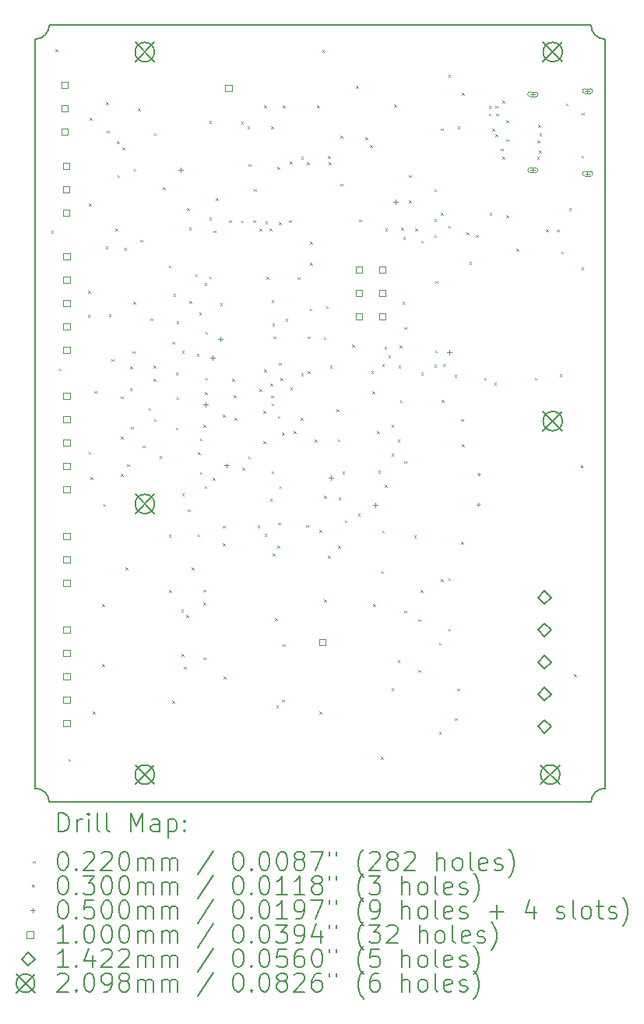
<source format=gbr>
%TF.GenerationSoftware,KiCad,Pcbnew,9.0.2*%
%TF.CreationDate,2025-07-10T16:01:35+01:00*%
%TF.ProjectId,FastStepper,46617374-5374-4657-9070-65722e6b6963,rev?*%
%TF.SameCoordinates,PX71f712cPY8e18f40*%
%TF.FileFunction,Drillmap*%
%TF.FilePolarity,Positive*%
%FSLAX45Y45*%
G04 Gerber Fmt 4.5, Leading zero omitted, Abs format (unit mm)*
G04 Created by KiCad (PCBNEW 9.0.2) date 2025-07-10 16:01:35*
%MOMM*%
%LPD*%
G01*
G04 APERTURE LIST*
%ADD10C,0.152400*%
%ADD11C,0.150000*%
%ADD12C,0.200000*%
%ADD13C,0.100000*%
%ADD14C,0.142240*%
%ADD15C,0.209804*%
G04 APERTURE END LIST*
D10*
X6042390Y0D02*
G75*
G02*
X6192390Y150000I150000J0D01*
G01*
X150000Y0D02*
X6042390Y0D01*
X0Y150000D02*
G75*
G02*
X150000Y0I0J-150000D01*
G01*
X150000Y8440000D02*
G75*
G02*
X0Y8290000I-150000J0D01*
G01*
D11*
X6192390Y150000D02*
X6192390Y8290000D01*
D10*
X6042390Y8440000D02*
X150000Y8440000D01*
X0Y8290000D02*
X0Y150000D01*
X6192390Y8290000D02*
G75*
G02*
X6042390Y8440000I0J150000D01*
G01*
D12*
D13*
X171400Y6204740D02*
X193400Y6182740D01*
X193400Y6204740D02*
X171400Y6182740D01*
X218890Y8181000D02*
X240890Y8159000D01*
X240890Y8181000D02*
X218890Y8159000D01*
X255200Y4713440D02*
X277200Y4691440D01*
X277200Y4713440D02*
X255200Y4691440D01*
X358890Y471000D02*
X380890Y449000D01*
X380890Y471000D02*
X358890Y449000D01*
X569000Y5292940D02*
X591000Y5270940D01*
X591000Y5292940D02*
X569000Y5270940D01*
X574000Y5552940D02*
X596000Y5530940D01*
X596000Y5552940D02*
X574000Y5530940D01*
X576700Y3806040D02*
X598700Y3784040D01*
X598700Y3806040D02*
X576700Y3784040D01*
X583890Y6501000D02*
X605890Y6479000D01*
X605890Y6501000D02*
X583890Y6479000D01*
X588890Y7436000D02*
X610890Y7414000D01*
X610890Y7436000D02*
X588890Y7414000D01*
X598890Y3531000D02*
X620890Y3509000D01*
X620890Y3531000D02*
X598890Y3509000D01*
X624000Y985540D02*
X646000Y963540D01*
X646000Y985540D02*
X624000Y963540D01*
X640200Y4466440D02*
X662200Y4444440D01*
X662200Y4466440D02*
X640200Y4444440D01*
X725600Y2153940D02*
X747600Y2131940D01*
X747600Y2153940D02*
X725600Y2131940D01*
X728890Y1501000D02*
X750890Y1479000D01*
X750890Y1501000D02*
X728890Y1479000D01*
X738890Y3241000D02*
X760890Y3219000D01*
X760890Y3241000D02*
X738890Y3219000D01*
X763890Y6036000D02*
X785890Y6014000D01*
X785890Y6036000D02*
X763890Y6014000D01*
X770100Y7602940D02*
X792100Y7580940D01*
X792100Y7602940D02*
X770100Y7580940D01*
X778890Y7296340D02*
X800890Y7274340D01*
X800890Y7296340D02*
X778890Y7274340D01*
X799000Y5302940D02*
X821000Y5280940D01*
X821000Y5302940D02*
X799000Y5280940D01*
X829000Y4813840D02*
X851000Y4791840D01*
X851000Y4813840D02*
X829000Y4791840D01*
X867800Y6231000D02*
X889800Y6209000D01*
X889800Y6231000D02*
X867800Y6209000D01*
X888890Y7181000D02*
X910890Y7159000D01*
X910890Y7181000D02*
X888890Y7159000D01*
X890500Y6811840D02*
X912500Y6789840D01*
X912500Y6811840D02*
X890500Y6789840D01*
X928760Y4406920D02*
X950760Y4384920D01*
X950760Y4406920D02*
X928760Y4384920D01*
X931300Y3972580D02*
X953300Y3950580D01*
X953300Y3972580D02*
X931300Y3950580D01*
X931300Y3563640D02*
X953300Y3541640D01*
X953300Y3563640D02*
X931300Y3541640D01*
X948890Y7111000D02*
X970890Y7089000D01*
X970890Y7111000D02*
X948890Y7089000D01*
X968890Y6021000D02*
X990890Y5999000D01*
X990890Y6021000D02*
X968890Y5999000D01*
X979600Y2547640D02*
X1001600Y2525640D01*
X1001600Y2547640D02*
X979600Y2525640D01*
X998890Y3671000D02*
X1020890Y3649000D01*
X1020890Y3671000D02*
X998890Y3649000D01*
X1027300Y4497440D02*
X1049300Y4475440D01*
X1049300Y4497440D02*
X1027300Y4475440D01*
X1030400Y4736000D02*
X1052400Y4714000D01*
X1052400Y4736000D02*
X1030400Y4714000D01*
X1040000Y4078340D02*
X1062000Y4056340D01*
X1062000Y4078340D02*
X1040000Y4056340D01*
X1056402Y4900010D02*
X1078402Y4878010D01*
X1078402Y4900010D02*
X1056402Y4878010D01*
X1063890Y5436000D02*
X1085890Y5414000D01*
X1085890Y5436000D02*
X1063890Y5414000D01*
X1069000Y6881000D02*
X1091000Y6859000D01*
X1091000Y6881000D02*
X1069000Y6859000D01*
X1113890Y7537595D02*
X1135890Y7515595D01*
X1135890Y7537595D02*
X1113890Y7515595D01*
X1138890Y6111000D02*
X1160890Y6089000D01*
X1160890Y6111000D02*
X1138890Y6089000D01*
X1167000Y3875140D02*
X1189000Y3853140D01*
X1189000Y3875140D02*
X1167000Y3853140D01*
X1230500Y4281340D02*
X1252500Y4259340D01*
X1252500Y4281340D02*
X1230500Y4259340D01*
X1250900Y5255240D02*
X1272900Y5233240D01*
X1272900Y5255240D02*
X1250900Y5233240D01*
X1283890Y4740441D02*
X1305890Y4718441D01*
X1305890Y4740441D02*
X1283890Y4718441D01*
X1287441Y4597111D02*
X1309441Y4575111D01*
X1309441Y4597111D02*
X1287441Y4575111D01*
X1288890Y7271000D02*
X1310890Y7249000D01*
X1310890Y7271000D02*
X1288890Y7249000D01*
X1288890Y4161000D02*
X1310890Y4139000D01*
X1310890Y4161000D02*
X1288890Y4139000D01*
X1348890Y3761000D02*
X1370890Y3739000D01*
X1370890Y3761000D02*
X1348890Y3739000D01*
X1389000Y6682940D02*
X1411000Y6660940D01*
X1411000Y6682940D02*
X1389000Y6660940D01*
X1448890Y5831000D02*
X1470890Y5809000D01*
X1470890Y5831000D02*
X1448890Y5809000D01*
X1449500Y2903240D02*
X1471500Y2881240D01*
X1471500Y2903240D02*
X1449500Y2881240D01*
X1453021Y2302908D02*
X1475021Y2280908D01*
X1475021Y2302908D02*
X1453021Y2280908D01*
X1488890Y5001000D02*
X1510890Y4979000D01*
X1510890Y5001000D02*
X1488890Y4979000D01*
X1488890Y1103400D02*
X1510890Y1081400D01*
X1510890Y1103400D02*
X1488890Y1081400D01*
X1500300Y5519440D02*
X1522300Y5497440D01*
X1522300Y5519440D02*
X1500300Y5497440D01*
X1524800Y4067720D02*
X1546800Y4045720D01*
X1546800Y4067720D02*
X1524800Y4045720D01*
X1525700Y4668540D02*
X1547700Y4646540D01*
X1547700Y4668540D02*
X1525700Y4646540D01*
X1533714Y4398611D02*
X1555714Y4376611D01*
X1555714Y4398611D02*
X1533714Y4376611D01*
X1534904Y5222595D02*
X1556904Y5200595D01*
X1556904Y5222595D02*
X1534904Y5200595D01*
X1586890Y2090400D02*
X1608890Y2068400D01*
X1608890Y2090400D02*
X1586890Y2068400D01*
X1591290Y1609400D02*
X1613290Y1587400D01*
X1613290Y1609400D02*
X1591290Y1587400D01*
X1594000Y4905640D02*
X1616000Y4883640D01*
X1616000Y4905640D02*
X1594000Y4883640D01*
X1594000Y3355240D02*
X1616000Y3333240D01*
X1616000Y3355240D02*
X1594000Y3333240D01*
X1613890Y1471700D02*
X1635890Y1449700D01*
X1635890Y1471700D02*
X1613890Y1449700D01*
X1640000Y2031740D02*
X1662000Y2009740D01*
X1662000Y2031740D02*
X1640000Y2009740D01*
X1649000Y6452940D02*
X1671000Y6430940D01*
X1671000Y6452940D02*
X1649000Y6430940D01*
X1658890Y3181000D02*
X1680890Y3159000D01*
X1680890Y3181000D02*
X1658890Y3159000D01*
X1668890Y6241000D02*
X1690890Y6219000D01*
X1690890Y6241000D02*
X1668890Y6219000D01*
X1674000Y5443340D02*
X1696000Y5421340D01*
X1696000Y5443340D02*
X1674000Y5421340D01*
X1699397Y2551459D02*
X1721397Y2529459D01*
X1721397Y2551459D02*
X1699397Y2529459D01*
X1738890Y5736000D02*
X1760890Y5714000D01*
X1760890Y5736000D02*
X1738890Y5714000D01*
X1754300Y4871740D02*
X1776300Y4849740D01*
X1776300Y4871740D02*
X1754300Y4849740D01*
X1763890Y2911000D02*
X1785890Y2889000D01*
X1785890Y2911000D02*
X1763890Y2889000D01*
X1766700Y3801040D02*
X1788700Y3779040D01*
X1788700Y3801040D02*
X1766700Y3779040D01*
X1779700Y5316240D02*
X1801700Y5294240D01*
X1801700Y5316240D02*
X1779700Y5294240D01*
X1788890Y3586000D02*
X1810890Y3564000D01*
X1810890Y3586000D02*
X1788890Y3564000D01*
X1790581Y3949527D02*
X1812581Y3927527D01*
X1812581Y3949527D02*
X1790581Y3927527D01*
X1824694Y1570347D02*
X1846694Y1548347D01*
X1846694Y1570347D02*
X1824694Y1548347D01*
X1825390Y2170500D02*
X1847390Y2148500D01*
X1847390Y2170500D02*
X1825390Y2148500D01*
X1826220Y4097700D02*
X1848220Y4075700D01*
X1848220Y4097700D02*
X1826220Y4075700D01*
X1827295Y2309551D02*
X1849295Y2287551D01*
X1849295Y2309551D02*
X1827295Y2287551D01*
X1838890Y3436000D02*
X1860890Y3414000D01*
X1860890Y3436000D02*
X1838890Y3414000D01*
X1840100Y5637540D02*
X1862100Y5615540D01*
X1862100Y5637540D02*
X1840100Y5615540D01*
X1843200Y4452640D02*
X1865200Y4430640D01*
X1865200Y4452640D02*
X1843200Y4430640D01*
X1847400Y5110640D02*
X1869400Y5088640D01*
X1869400Y5110640D02*
X1847400Y5088640D01*
X1847900Y4611040D02*
X1869900Y4589040D01*
X1869900Y4611040D02*
X1847900Y4589040D01*
X1888890Y7401000D02*
X1910890Y7379000D01*
X1910890Y7401000D02*
X1888890Y7379000D01*
X1888890Y6351000D02*
X1910890Y6329000D01*
X1910890Y6351000D02*
X1888890Y6329000D01*
X1888890Y5711000D02*
X1910890Y5689000D01*
X1910890Y5711000D02*
X1888890Y5689000D01*
X1928000Y3523340D02*
X1950000Y3501340D01*
X1950000Y3523340D02*
X1928000Y3501340D01*
X1938890Y6213016D02*
X1960890Y6191016D01*
X1960890Y6213016D02*
X1938890Y6191016D01*
X1963890Y6561000D02*
X1985890Y6539000D01*
X1985890Y6561000D02*
X1963890Y6539000D01*
X2008890Y5421000D02*
X2030890Y5399000D01*
X2030890Y5421000D02*
X2008890Y5399000D01*
X2038890Y4211000D02*
X2060890Y4189000D01*
X2060890Y4211000D02*
X2038890Y4189000D01*
X2038890Y2814340D02*
X2060890Y2792340D01*
X2060890Y2814340D02*
X2038890Y2792340D01*
X2039614Y3002305D02*
X2061614Y2980305D01*
X2061614Y3002305D02*
X2039614Y2980305D01*
X2046400Y1366540D02*
X2068400Y1344540D01*
X2068400Y1366540D02*
X2046400Y1344540D01*
X2108890Y6322660D02*
X2130890Y6300660D01*
X2130890Y6322660D02*
X2108890Y6300660D01*
X2138890Y4601000D02*
X2160890Y4579000D01*
X2160890Y4601000D02*
X2138890Y4579000D01*
X2158890Y4421000D02*
X2180890Y4399000D01*
X2180890Y4421000D02*
X2158890Y4399000D01*
X2163890Y4173883D02*
X2185890Y4151883D01*
X2185890Y4173883D02*
X2163890Y4151883D01*
X2238890Y7394027D02*
X2260890Y7372027D01*
X2260890Y7394027D02*
X2238890Y7372027D01*
X2238890Y6322660D02*
X2260890Y6300660D01*
X2260890Y6322660D02*
X2238890Y6300660D01*
X2249300Y3634840D02*
X2271300Y3612840D01*
X2271300Y3634840D02*
X2249300Y3612840D01*
X2306160Y7344027D02*
X2328160Y7322027D01*
X2328160Y7344027D02*
X2306160Y7322027D01*
X2313890Y3755340D02*
X2335890Y3733340D01*
X2335890Y3755340D02*
X2313890Y3733340D01*
X2318890Y6931000D02*
X2340890Y6909000D01*
X2340890Y6931000D02*
X2318890Y6909000D01*
X2368890Y6321000D02*
X2390890Y6299000D01*
X2390890Y6321000D02*
X2368890Y6299000D01*
X2378890Y6661000D02*
X2400890Y6639000D01*
X2400890Y6661000D02*
X2378890Y6639000D01*
X2414700Y3004840D02*
X2436700Y2982840D01*
X2436700Y3004840D02*
X2414700Y2982840D01*
X2438890Y6231000D02*
X2460890Y6209000D01*
X2460890Y6231000D02*
X2438890Y6209000D01*
X2438890Y4486000D02*
X2460890Y4464000D01*
X2460890Y4486000D02*
X2438890Y4464000D01*
X2478200Y4249440D02*
X2500200Y4227440D01*
X2500200Y4249440D02*
X2478200Y4227440D01*
X2478200Y3919140D02*
X2500200Y3897140D01*
X2500200Y3919140D02*
X2478200Y3897140D01*
X2488890Y7569027D02*
X2510890Y7547027D01*
X2510890Y7569027D02*
X2488890Y7547027D01*
X2488890Y4701000D02*
X2510890Y4679000D01*
X2510890Y4701000D02*
X2488890Y4679000D01*
X2490900Y2915940D02*
X2512900Y2893940D01*
X2512900Y2915940D02*
X2490900Y2893940D01*
X2498890Y6311000D02*
X2520890Y6289000D01*
X2520890Y6311000D02*
X2498890Y6289000D01*
X2511200Y5707540D02*
X2533200Y5685540D01*
X2533200Y5707540D02*
X2511200Y5685540D01*
X2548890Y6231000D02*
X2570890Y6209000D01*
X2570890Y6231000D02*
X2548890Y6209000D01*
X2550500Y3295540D02*
X2572500Y3273540D01*
X2572500Y3295540D02*
X2550500Y3273540D01*
X2553150Y4547140D02*
X2575150Y4525140D01*
X2575150Y4547140D02*
X2553150Y4525140D01*
X2563890Y7344027D02*
X2585890Y7322027D01*
X2585890Y7344027D02*
X2563890Y7322027D01*
X2565782Y4416267D02*
X2587782Y4394267D01*
X2587782Y4416267D02*
X2565782Y4394267D01*
X2566300Y4331000D02*
X2588300Y4309000D01*
X2588300Y4331000D02*
X2566300Y4309000D01*
X2566800Y3596740D02*
X2588800Y3574740D01*
X2588800Y3596740D02*
X2566800Y3574740D01*
X2567100Y5455940D02*
X2589100Y5433940D01*
X2589100Y5455940D02*
X2567100Y5433940D01*
X2576800Y5200540D02*
X2598800Y5178540D01*
X2598800Y5200540D02*
X2576800Y5178540D01*
X2579470Y2702305D02*
X2601470Y2680305D01*
X2601470Y2702305D02*
X2579470Y2680305D01*
X2588890Y5061000D02*
X2610890Y5039000D01*
X2610890Y5061000D02*
X2588890Y5039000D01*
X2605200Y2001540D02*
X2627200Y1979540D01*
X2627200Y2001540D02*
X2605200Y1979540D01*
X2618890Y1051000D02*
X2640890Y1029000D01*
X2640890Y1051000D02*
X2618890Y1029000D01*
X2628890Y6901000D02*
X2650890Y6879000D01*
X2650890Y6901000D02*
X2628890Y6879000D01*
X2630600Y2788940D02*
X2652600Y2766940D01*
X2652600Y2788940D02*
X2630600Y2766940D01*
X2636320Y4195080D02*
X2658320Y4173080D01*
X2658320Y4195080D02*
X2636320Y4173080D01*
X2638890Y3036000D02*
X2660890Y3014000D01*
X2660890Y3036000D02*
X2638890Y3014000D01*
X2649000Y6301000D02*
X2671000Y6279000D01*
X2671000Y6301000D02*
X2649000Y6279000D01*
X2649000Y4771110D02*
X2671000Y4749110D01*
X2671000Y4771110D02*
X2649000Y4749110D01*
X2652100Y3435240D02*
X2674100Y3413240D01*
X2674100Y3435240D02*
X2652100Y3413240D01*
X2663890Y4605100D02*
X2685890Y4583100D01*
X2685890Y4605100D02*
X2663890Y4583100D01*
X2681400Y4015900D02*
X2703400Y3993900D01*
X2703400Y4015900D02*
X2681400Y3993900D01*
X2684000Y1115140D02*
X2706000Y1093140D01*
X2706000Y1115140D02*
X2684000Y1093140D01*
X2688890Y7569027D02*
X2710890Y7547027D01*
X2710890Y7569027D02*
X2688890Y7547027D01*
X2688890Y1716000D02*
X2710890Y1694000D01*
X2710890Y1716000D02*
X2688890Y1694000D01*
X2719000Y5252940D02*
X2741000Y5230940D01*
X2741000Y5252940D02*
X2719000Y5230940D01*
X2758890Y6322660D02*
X2780890Y6300660D01*
X2780890Y6322660D02*
X2758890Y6300660D01*
X2768890Y6961000D02*
X2790890Y6939000D01*
X2790890Y6961000D02*
X2768890Y6939000D01*
X2769500Y4505390D02*
X2791500Y4483390D01*
X2791500Y4505390D02*
X2769500Y4483390D01*
X2808400Y4033540D02*
X2830400Y4011540D01*
X2830400Y4033540D02*
X2808400Y4011540D01*
X2849000Y5702940D02*
X2871000Y5680940D01*
X2871000Y5702940D02*
X2849000Y5680940D01*
X2884600Y4173240D02*
X2906600Y4151240D01*
X2906600Y4173240D02*
X2884600Y4151240D01*
X2888890Y7011000D02*
X2910890Y6989000D01*
X2910890Y7011000D02*
X2888890Y6989000D01*
X2888890Y4659700D02*
X2910890Y4637700D01*
X2910890Y4659700D02*
X2888890Y4637700D01*
X2942360Y3011640D02*
X2964360Y2989640D01*
X2964360Y3011640D02*
X2942360Y2989640D01*
X2953890Y6951000D02*
X2975890Y6929000D01*
X2975890Y6951000D02*
X2953890Y6929000D01*
X2961600Y4681540D02*
X2983600Y4659540D01*
X2983600Y4681540D02*
X2961600Y4659540D01*
X2963890Y5061000D02*
X2985890Y5039000D01*
X2985890Y5061000D02*
X2963890Y5039000D01*
X2981885Y5365469D02*
X3003885Y5343469D01*
X3003885Y5365469D02*
X2981885Y5343469D01*
X2988890Y6091000D02*
X3010890Y6069000D01*
X3010890Y6091000D02*
X2988890Y6069000D01*
X2988890Y5861000D02*
X3010890Y5839000D01*
X3010890Y5861000D02*
X2988890Y5839000D01*
X3038890Y3936000D02*
X3060890Y3914000D01*
X3060890Y3936000D02*
X3038890Y3914000D01*
X3063890Y7569027D02*
X3085890Y7547027D01*
X3085890Y7569027D02*
X3063890Y7547027D01*
X3087800Y2954040D02*
X3109800Y2932040D01*
X3109800Y2954040D02*
X3087800Y2932040D01*
X3087800Y985540D02*
X3109800Y963540D01*
X3109800Y985540D02*
X3087800Y963540D01*
X3118890Y8171000D02*
X3140890Y8149000D01*
X3140890Y8171000D02*
X3118890Y8149000D01*
X3134771Y5050122D02*
X3156771Y5028122D01*
X3156771Y5050122D02*
X3134771Y5028122D01*
X3138600Y2204740D02*
X3160600Y2182740D01*
X3160600Y2204740D02*
X3138600Y2182740D01*
X3139615Y3326459D02*
X3161615Y3304459D01*
X3161615Y3326459D02*
X3139615Y3304459D01*
X3158890Y5391000D02*
X3180890Y5369000D01*
X3180890Y5391000D02*
X3158890Y5369000D01*
X3181390Y7021000D02*
X3203390Y6999000D01*
X3203390Y7021000D02*
X3181390Y6999000D01*
X3183093Y2677667D02*
X3205093Y2655667D01*
X3205093Y2677667D02*
X3183093Y2655667D01*
X3188890Y6951000D02*
X3210890Y6929000D01*
X3210890Y6951000D02*
X3188890Y6929000D01*
X3204000Y4742140D02*
X3226000Y4720140D01*
X3226000Y4742140D02*
X3204000Y4720140D01*
X3275400Y4267140D02*
X3297400Y4245140D01*
X3297400Y4267140D02*
X3275400Y4245140D01*
X3289000Y3942940D02*
X3311000Y3920940D01*
X3311000Y3942940D02*
X3289000Y3920940D01*
X3291000Y2788940D02*
X3313000Y2766940D01*
X3313000Y2788940D02*
X3291000Y2766940D01*
X3295400Y3313940D02*
X3317400Y3291940D01*
X3317400Y3313940D02*
X3295400Y3291940D01*
X3318890Y7241000D02*
X3340890Y7219000D01*
X3340890Y7241000D02*
X3318890Y7219000D01*
X3318890Y6721000D02*
X3340890Y6699000D01*
X3340890Y6721000D02*
X3318890Y6699000D01*
X3338890Y3591000D02*
X3360890Y3569000D01*
X3360890Y3591000D02*
X3338890Y3569000D01*
X3363890Y3061000D02*
X3385890Y3039000D01*
X3385890Y3061000D02*
X3363890Y3039000D01*
X3444000Y4972940D02*
X3466000Y4950940D01*
X3466000Y4972940D02*
X3444000Y4950940D01*
X3488890Y7781000D02*
X3510890Y7759000D01*
X3510890Y7781000D02*
X3488890Y7759000D01*
X3506900Y3131840D02*
X3528900Y3109840D01*
X3528900Y3131840D02*
X3506900Y3109840D01*
X3519000Y6330240D02*
X3541000Y6308240D01*
X3541000Y6330240D02*
X3519000Y6308240D01*
X3588890Y7221000D02*
X3610890Y7199000D01*
X3610890Y7221000D02*
X3588890Y7199000D01*
X3638890Y7141000D02*
X3660890Y7119000D01*
X3660890Y7141000D02*
X3638890Y7119000D01*
X3652000Y4681540D02*
X3674000Y4659540D01*
X3674000Y4681540D02*
X3652000Y4659540D01*
X3663890Y4461000D02*
X3685890Y4439000D01*
X3685890Y4461000D02*
X3663890Y4439000D01*
X3672000Y2153940D02*
X3694000Y2131940D01*
X3694000Y2153940D02*
X3672000Y2131940D01*
X3715200Y4031840D02*
X3737200Y4009840D01*
X3737200Y4031840D02*
X3715200Y4009840D01*
X3728890Y3601000D02*
X3750890Y3579000D01*
X3750890Y3601000D02*
X3728890Y3579000D01*
X3758890Y491000D02*
X3780890Y469000D01*
X3780890Y491000D02*
X3758890Y469000D01*
X3760900Y2511000D02*
X3782900Y2489000D01*
X3782900Y2511000D02*
X3760900Y2489000D01*
X3768503Y4759626D02*
X3790503Y4737626D01*
X3790503Y4759626D02*
X3768503Y4737626D01*
X3768890Y2951000D02*
X3790890Y2929000D01*
X3790890Y2951000D02*
X3768890Y2929000D01*
X3795200Y4945540D02*
X3817200Y4923540D01*
X3817200Y4945540D02*
X3795200Y4923540D01*
X3799080Y3449020D02*
X3821080Y3427020D01*
X3821080Y3449020D02*
X3799080Y3427020D01*
X3803383Y6231000D02*
X3825383Y6209000D01*
X3825383Y6231000D02*
X3803383Y6209000D01*
X3838200Y4852940D02*
X3860200Y4830940D01*
X3860200Y4852940D02*
X3838200Y4830940D01*
X3870120Y4096860D02*
X3892120Y4074860D01*
X3892120Y4096860D02*
X3870120Y4074860D01*
X3872700Y3786000D02*
X3894700Y3764000D01*
X3894700Y3786000D02*
X3872700Y3764000D01*
X3872700Y1236000D02*
X3894700Y1214000D01*
X3894700Y1236000D02*
X3872700Y1214000D01*
X3898890Y7579500D02*
X3920890Y7557500D01*
X3920890Y7579500D02*
X3898890Y7557500D01*
X3938390Y3936000D02*
X3960390Y3914000D01*
X3960390Y3936000D02*
X3938390Y3914000D01*
X3938390Y1541500D02*
X3960390Y1519500D01*
X3960390Y1541500D02*
X3938390Y1519500D01*
X3948890Y4741000D02*
X3970890Y4719000D01*
X3970890Y4741000D02*
X3948890Y4719000D01*
X3958890Y4961000D02*
X3980890Y4939000D01*
X3980890Y4961000D02*
X3958890Y4939000D01*
X3964000Y4365940D02*
X3986000Y4343940D01*
X3986000Y4365940D02*
X3964000Y4343940D01*
X3978890Y6241000D02*
X4000890Y6219000D01*
X4000890Y6241000D02*
X3978890Y6219000D01*
X3988890Y5436000D02*
X4010890Y5414000D01*
X4010890Y5436000D02*
X3988890Y5414000D01*
X3998890Y6141000D02*
X4020890Y6119000D01*
X4020890Y6141000D02*
X3998890Y6119000D01*
X4013890Y5161000D02*
X4035890Y5139000D01*
X4035890Y5161000D02*
X4013890Y5139000D01*
X4013890Y3703915D02*
X4035890Y3681915D01*
X4035890Y3703915D02*
X4013890Y3681915D01*
X4013890Y2081000D02*
X4035890Y2059000D01*
X4035890Y2081000D02*
X4013890Y2059000D01*
X4062380Y6811000D02*
X4084380Y6789000D01*
X4084380Y6811000D02*
X4062380Y6789000D01*
X4063135Y6536755D02*
X4085135Y6514755D01*
X4085135Y6536755D02*
X4063135Y6514755D01*
X4118890Y2896500D02*
X4140890Y2874500D01*
X4140890Y2896500D02*
X4118890Y2874500D01*
X4129200Y6230640D02*
X4151200Y6208640D01*
X4151200Y6230640D02*
X4129200Y6208640D01*
X4163890Y1986000D02*
X4185890Y1964000D01*
X4185890Y1986000D02*
X4163890Y1964000D01*
X4163890Y1436000D02*
X4185890Y1414000D01*
X4185890Y1436000D02*
X4163890Y1414000D01*
X4188890Y2306340D02*
X4210890Y2284340D01*
X4210890Y2306340D02*
X4188890Y2284340D01*
X4192260Y6101028D02*
X4214260Y6079028D01*
X4214260Y6101028D02*
X4192260Y6079028D01*
X4194573Y4664216D02*
X4216573Y4642216D01*
X4216573Y4664216D02*
X4194573Y4642216D01*
X4338890Y6661000D02*
X4360890Y6639000D01*
X4360890Y6661000D02*
X4338890Y6639000D01*
X4338890Y6336000D02*
X4360890Y6314000D01*
X4360890Y6336000D02*
X4338890Y6314000D01*
X4338890Y6161000D02*
X4360890Y6139000D01*
X4360890Y6161000D02*
X4338890Y6139000D01*
X4338890Y4751000D02*
X4360890Y4729000D01*
X4360890Y4751000D02*
X4338890Y4729000D01*
X4346058Y4907481D02*
X4368058Y4885481D01*
X4368058Y4907481D02*
X4346058Y4885481D01*
X4348890Y5661000D02*
X4370890Y5639000D01*
X4370890Y5661000D02*
X4348890Y5639000D01*
X4388890Y1731000D02*
X4410890Y1709000D01*
X4410890Y1731000D02*
X4388890Y1709000D01*
X4388890Y761000D02*
X4410890Y739000D01*
X4410890Y761000D02*
X4388890Y739000D01*
X4408890Y7321000D02*
X4430890Y7299000D01*
X4430890Y7321000D02*
X4408890Y7299000D01*
X4408890Y6401000D02*
X4430890Y6379000D01*
X4430890Y6401000D02*
X4408890Y6379000D01*
X4410267Y2421991D02*
X4432267Y2399991D01*
X4432267Y2421991D02*
X4410267Y2399991D01*
X4418890Y4371000D02*
X4440890Y4349000D01*
X4440890Y4371000D02*
X4418890Y4349000D01*
X4428890Y4761000D02*
X4450890Y4739000D01*
X4450890Y4761000D02*
X4428890Y4739000D01*
X4488890Y7901000D02*
X4510890Y7879000D01*
X4510890Y7901000D02*
X4488890Y7879000D01*
X4488890Y6261000D02*
X4510890Y6239000D01*
X4510890Y6261000D02*
X4488890Y6239000D01*
X4488890Y2436000D02*
X4510890Y2414000D01*
X4510890Y2436000D02*
X4488890Y2414000D01*
X4488890Y1886000D02*
X4510890Y1864000D01*
X4510890Y1886000D02*
X4488890Y1864000D01*
X4558890Y4641000D02*
X4580890Y4619000D01*
X4580890Y4641000D02*
X4558890Y4619000D01*
X4563890Y911000D02*
X4585890Y889000D01*
X4585890Y911000D02*
X4563890Y889000D01*
X4588890Y1234068D02*
X4610890Y1212068D01*
X4610890Y1234068D02*
X4588890Y1212068D01*
X4591940Y7344050D02*
X4613940Y7322050D01*
X4613940Y7344050D02*
X4591940Y7322050D01*
X4628890Y4161000D02*
X4650890Y4139000D01*
X4650890Y4161000D02*
X4628890Y4139000D01*
X4628890Y2831000D02*
X4650890Y2809000D01*
X4650890Y2831000D02*
X4628890Y2809000D01*
X4638890Y7706500D02*
X4660890Y7684500D01*
X4660890Y7706500D02*
X4638890Y7684500D01*
X4638890Y3886000D02*
X4660890Y3864000D01*
X4660890Y3886000D02*
X4638890Y3864000D01*
X4688890Y6191000D02*
X4710890Y6169000D01*
X4710890Y6191000D02*
X4688890Y6169000D01*
X4718890Y5866000D02*
X4740890Y5844000D01*
X4740890Y5866000D02*
X4718890Y5844000D01*
X4788890Y6161000D02*
X4810890Y6139000D01*
X4810890Y6161000D02*
X4788890Y6139000D01*
X4878890Y4611000D02*
X4900890Y4589000D01*
X4900890Y4611000D02*
X4878890Y4589000D01*
X4928890Y7561000D02*
X4950890Y7539000D01*
X4950890Y7561000D02*
X4928890Y7539000D01*
X4928890Y7481000D02*
X4950890Y7459000D01*
X4950890Y7481000D02*
X4928890Y7459000D01*
X4938890Y6401000D02*
X4960890Y6379000D01*
X4960890Y6401000D02*
X4938890Y6379000D01*
X4967075Y7318068D02*
X4989075Y7296068D01*
X4989075Y7318068D02*
X4967075Y7296068D01*
X4988890Y4556000D02*
X5010890Y4534000D01*
X5010890Y4556000D02*
X4988890Y4534000D01*
X5002781Y7564891D02*
X5024781Y7542891D01*
X5024781Y7564891D02*
X5002781Y7542891D01*
X5003351Y7257250D02*
X5025351Y7235250D01*
X5025351Y7257250D02*
X5003351Y7235250D01*
X5008733Y7481647D02*
X5030733Y7459647D01*
X5030733Y7481647D02*
X5008733Y7459647D01*
X5058890Y7101000D02*
X5080890Y7079000D01*
X5080890Y7101000D02*
X5058890Y7079000D01*
X5078890Y7621000D02*
X5100890Y7599000D01*
X5100890Y7621000D02*
X5078890Y7599000D01*
X5078890Y7011000D02*
X5100890Y6989000D01*
X5100890Y7011000D02*
X5078890Y6989000D01*
X5118890Y7411000D02*
X5140890Y7389000D01*
X5140890Y7411000D02*
X5118890Y7389000D01*
X5118890Y7201000D02*
X5140890Y7179000D01*
X5140890Y7201000D02*
X5118890Y7179000D01*
X5121185Y6377087D02*
X5143185Y6355087D01*
X5143185Y6377087D02*
X5121185Y6355087D01*
X5228890Y6011000D02*
X5250890Y5989000D01*
X5250890Y6011000D02*
X5228890Y5989000D01*
X5428890Y4612000D02*
X5450890Y4590000D01*
X5450890Y4612000D02*
X5428890Y4590000D01*
X5455778Y7012148D02*
X5477778Y6990148D01*
X5477778Y7012148D02*
X5455778Y6990148D01*
X5458890Y7191000D02*
X5480890Y7169000D01*
X5480890Y7191000D02*
X5458890Y7169000D01*
X5468890Y7357039D02*
X5490890Y7335039D01*
X5490890Y7357039D02*
X5468890Y7335039D01*
X5478162Y7078473D02*
X5500162Y7056473D01*
X5500162Y7078473D02*
X5478162Y7056473D01*
X5479070Y7267352D02*
X5501070Y7245352D01*
X5501070Y7267352D02*
X5479070Y7245352D01*
X5553020Y6225945D02*
X5575020Y6203945D01*
X5575020Y6225945D02*
X5553020Y6203945D01*
X5669890Y6221000D02*
X5691890Y6199000D01*
X5691890Y6221000D02*
X5669890Y6199000D01*
X5698890Y4651000D02*
X5720890Y4629000D01*
X5720890Y4651000D02*
X5698890Y4629000D01*
X5717514Y5982376D02*
X5739514Y5960376D01*
X5739514Y5982376D02*
X5717514Y5960376D01*
X5768890Y7591000D02*
X5790890Y7569000D01*
X5790890Y7591000D02*
X5768890Y7569000D01*
X5803486Y6454527D02*
X5825486Y6432527D01*
X5825486Y6454527D02*
X5803486Y6432527D01*
X5858890Y1391000D02*
X5880890Y1369000D01*
X5880890Y1391000D02*
X5858890Y1369000D01*
X5937890Y7025011D02*
X5959890Y7003011D01*
X5959890Y7025011D02*
X5937890Y7003011D01*
X5938890Y5811000D02*
X5960890Y5789000D01*
X5960890Y5811000D02*
X5938890Y5789000D01*
X5941901Y7491000D02*
X5963901Y7469000D01*
X5963901Y7491000D02*
X5941901Y7469000D01*
X4834890Y3230000D02*
G75*
G02*
X4804890Y3230000I-15000J0D01*
G01*
X4804890Y3230000D02*
G75*
G02*
X4834890Y3230000I15000J0D01*
G01*
X4839890Y3560000D02*
G75*
G02*
X4809890Y3560000I-15000J0D01*
G01*
X4809890Y3560000D02*
G75*
G02*
X4839890Y3560000I15000J0D01*
G01*
X5958367Y3645000D02*
G75*
G02*
X5928367Y3645000I-15000J0D01*
G01*
X5928367Y3645000D02*
G75*
G02*
X5958367Y3645000I15000J0D01*
G01*
X1579890Y6895000D02*
X1579890Y6845000D01*
X1554890Y6870000D02*
X1604890Y6870000D01*
X1852500Y4349340D02*
X1852500Y4299340D01*
X1827500Y4324340D02*
X1877500Y4324340D01*
X1924890Y4850000D02*
X1924890Y4800000D01*
X1899890Y4825000D02*
X1949890Y4825000D01*
X2009890Y5055000D02*
X2009890Y5005000D01*
X1984890Y5030000D02*
X2034890Y5030000D01*
X2079420Y3681320D02*
X2079420Y3631320D01*
X2054420Y3656320D02*
X2104420Y3656320D01*
X3216400Y3552340D02*
X3216400Y3502340D01*
X3191400Y3527340D02*
X3241400Y3527340D01*
X3699890Y3250000D02*
X3699890Y3200000D01*
X3674890Y3225000D02*
X3724890Y3225000D01*
X3919890Y6545000D02*
X3919890Y6495000D01*
X3894890Y6520000D02*
X3944890Y6520000D01*
X4499890Y4915000D02*
X4499890Y4865000D01*
X4474890Y4890000D02*
X4524890Y4890000D01*
X5408390Y7716750D02*
X5408390Y7666750D01*
X5383390Y7691750D02*
X5433390Y7691750D01*
X5378390Y7666750D02*
X5438390Y7666750D01*
X5438390Y7716750D02*
G75*
G02*
X5438390Y7666750I0J-25000D01*
G01*
X5438390Y7716750D02*
X5378390Y7716750D01*
X5378390Y7716750D02*
G75*
G03*
X5378390Y7666750I0J-25000D01*
G01*
X5408390Y6890750D02*
X5408390Y6840750D01*
X5383390Y6865750D02*
X5433390Y6865750D01*
X5378390Y6840750D02*
X5438390Y6840750D01*
X5438390Y6890750D02*
G75*
G02*
X5438390Y6840750I0J-25000D01*
G01*
X5438390Y6890750D02*
X5378390Y6890750D01*
X5378390Y6890750D02*
G75*
G03*
X5378390Y6840750I0J-25000D01*
G01*
X6003390Y7752750D02*
X6003390Y7702750D01*
X5978390Y7727750D02*
X6028390Y7727750D01*
X5973390Y7702750D02*
X6033390Y7702750D01*
X6033390Y7752750D02*
G75*
G02*
X6033390Y7702750I0J-25000D01*
G01*
X6033390Y7752750D02*
X5973390Y7752750D01*
X5973390Y7752750D02*
G75*
G03*
X5973390Y7702750I0J-25000D01*
G01*
X6003390Y6854750D02*
X6003390Y6804750D01*
X5978390Y6829750D02*
X6028390Y6829750D01*
X5973390Y6804750D02*
X6033390Y6804750D01*
X6033390Y6854750D02*
G75*
G02*
X6033390Y6804750I0J-25000D01*
G01*
X6033390Y6854750D02*
X5973390Y6854750D01*
X5973390Y6854750D02*
G75*
G03*
X5973390Y6804750I0J-25000D01*
G01*
X355356Y7757984D02*
X355356Y7828696D01*
X284644Y7828696D01*
X284644Y7757984D01*
X355356Y7757984D01*
X355356Y7503984D02*
X355356Y7574696D01*
X284644Y7574696D01*
X284644Y7503984D01*
X355356Y7503984D01*
X355356Y7249984D02*
X355356Y7320696D01*
X284644Y7320696D01*
X284644Y7249984D01*
X355356Y7249984D01*
X370956Y6877784D02*
X370956Y6948496D01*
X300244Y6948496D01*
X300244Y6877784D01*
X370956Y6877784D01*
X370956Y6623784D02*
X370956Y6694496D01*
X300244Y6694496D01*
X300244Y6623784D01*
X370956Y6623784D01*
X370956Y6369784D02*
X370956Y6440496D01*
X300244Y6440496D01*
X300244Y6369784D01*
X370956Y6369784D01*
X375356Y5891984D02*
X375356Y5962696D01*
X304644Y5962696D01*
X304644Y5891984D01*
X375356Y5891984D01*
X375356Y5637984D02*
X375356Y5708696D01*
X304644Y5708696D01*
X304644Y5637984D01*
X375356Y5637984D01*
X375356Y5383984D02*
X375356Y5454696D01*
X304644Y5454696D01*
X304644Y5383984D01*
X375356Y5383984D01*
X375356Y5129984D02*
X375356Y5200696D01*
X304644Y5200696D01*
X304644Y5129984D01*
X375356Y5129984D01*
X375356Y4875984D02*
X375356Y4946696D01*
X304644Y4946696D01*
X304644Y4875984D01*
X375356Y4875984D01*
X375356Y4381184D02*
X375356Y4451896D01*
X304644Y4451896D01*
X304644Y4381184D01*
X375356Y4381184D01*
X375356Y4127184D02*
X375356Y4197896D01*
X304644Y4197896D01*
X304644Y4127184D01*
X375356Y4127184D01*
X375356Y3873184D02*
X375356Y3943896D01*
X304644Y3943896D01*
X304644Y3873184D01*
X375356Y3873184D01*
X375356Y3619184D02*
X375356Y3689896D01*
X304644Y3689896D01*
X304644Y3619184D01*
X375356Y3619184D01*
X375356Y3365184D02*
X375356Y3435896D01*
X304644Y3435896D01*
X304644Y3365184D01*
X375356Y3365184D01*
X375356Y2856884D02*
X375356Y2927596D01*
X304644Y2927596D01*
X304644Y2856884D01*
X375356Y2856884D01*
X375356Y2602884D02*
X375356Y2673596D01*
X304644Y2673596D01*
X304644Y2602884D01*
X375356Y2602884D01*
X375356Y2348884D02*
X375356Y2419596D01*
X304644Y2419596D01*
X304644Y2348884D01*
X375356Y2348884D01*
X375356Y1840884D02*
X375356Y1911596D01*
X304644Y1911596D01*
X304644Y1840884D01*
X375356Y1840884D01*
X375356Y1586884D02*
X375356Y1657596D01*
X304644Y1657596D01*
X304644Y1586884D01*
X375356Y1586884D01*
X375356Y1332884D02*
X375356Y1403596D01*
X304644Y1403596D01*
X304644Y1332884D01*
X375356Y1332884D01*
X375356Y1078884D02*
X375356Y1149596D01*
X304644Y1149596D01*
X304644Y1078884D01*
X375356Y1078884D01*
X375356Y824884D02*
X375356Y895596D01*
X304644Y895596D01*
X304644Y824884D01*
X375356Y824884D01*
X2135246Y7724644D02*
X2135246Y7795356D01*
X2064534Y7795356D01*
X2064534Y7724644D01*
X2135246Y7724644D01*
X3155246Y1704644D02*
X3155246Y1775356D01*
X3084534Y1775356D01*
X3084534Y1704644D01*
X3155246Y1704644D01*
X3556246Y5747644D02*
X3556246Y5818356D01*
X3485534Y5818356D01*
X3485534Y5747644D01*
X3556246Y5747644D01*
X3556246Y5493644D02*
X3556246Y5564356D01*
X3485534Y5564356D01*
X3485534Y5493644D01*
X3556246Y5493644D01*
X3556246Y5239644D02*
X3556246Y5310356D01*
X3485534Y5310356D01*
X3485534Y5239644D01*
X3556246Y5239644D01*
X3810246Y5747644D02*
X3810246Y5818356D01*
X3739534Y5818356D01*
X3739534Y5747644D01*
X3810246Y5747644D01*
X3810246Y5493644D02*
X3810246Y5564356D01*
X3739534Y5564356D01*
X3739534Y5493644D01*
X3810246Y5493644D01*
X3810246Y5239644D02*
X3810246Y5310356D01*
X3739534Y5310356D01*
X3739534Y5239644D01*
X3810246Y5239644D01*
D14*
X5534890Y2151380D02*
X5606010Y2222500D01*
X5534890Y2293620D01*
X5463770Y2222500D01*
X5534890Y2151380D01*
X5534890Y1801380D02*
X5606010Y1872500D01*
X5534890Y1943620D01*
X5463770Y1872500D01*
X5534890Y1801380D01*
X5534890Y1451380D02*
X5606010Y1522500D01*
X5534890Y1593620D01*
X5463770Y1522500D01*
X5534890Y1451380D01*
X5534890Y1101380D02*
X5606010Y1172500D01*
X5534890Y1243620D01*
X5463770Y1172500D01*
X5534890Y1101380D01*
X5534890Y751380D02*
X5606010Y822500D01*
X5534890Y893620D01*
X5463770Y822500D01*
X5534890Y751380D01*
D15*
X1084988Y8254902D02*
X1294792Y8045098D01*
X1294792Y8254902D02*
X1084988Y8045098D01*
X1294792Y8150000D02*
G75*
G02*
X1084988Y8150000I-104902J0D01*
G01*
X1084988Y8150000D02*
G75*
G02*
X1294792Y8150000I104902J0D01*
G01*
X1084988Y3344902D02*
X1294792Y3135098D01*
X1294792Y3344902D02*
X1084988Y3135098D01*
X1294792Y3240000D02*
G75*
G02*
X1084988Y3240000I-104902J0D01*
G01*
X1084988Y3240000D02*
G75*
G02*
X1294792Y3240000I104902J0D01*
G01*
X1084988Y404902D02*
X1294792Y195098D01*
X1294792Y404902D02*
X1084988Y195098D01*
X1294792Y300000D02*
G75*
G02*
X1084988Y300000I-104902J0D01*
G01*
X1084988Y300000D02*
G75*
G02*
X1294792Y300000I104902J0D01*
G01*
X5493239Y404902D02*
X5703043Y195098D01*
X5703043Y404902D02*
X5493239Y195098D01*
X5703043Y300000D02*
G75*
G02*
X5493239Y300000I-104902J0D01*
G01*
X5493239Y300000D02*
G75*
G02*
X5703043Y300000I104902J0D01*
G01*
X5519988Y8254902D02*
X5729792Y8045098D01*
X5729792Y8254902D02*
X5519988Y8045098D01*
X5729792Y8150000D02*
G75*
G02*
X5519988Y8150000I-104902J0D01*
G01*
X5519988Y8150000D02*
G75*
G02*
X5729792Y8150000I104902J0D01*
G01*
X5519988Y4244902D02*
X5729792Y4035098D01*
X5729792Y4244902D02*
X5519988Y4035098D01*
X5729792Y4140000D02*
G75*
G02*
X5519988Y4140000I-104902J0D01*
G01*
X5519988Y4140000D02*
G75*
G02*
X5729792Y4140000I104902J0D01*
G01*
D12*
X253157Y-319104D02*
X253157Y-119104D01*
X253157Y-119104D02*
X300776Y-119104D01*
X300776Y-119104D02*
X329347Y-128628D01*
X329347Y-128628D02*
X348395Y-147675D01*
X348395Y-147675D02*
X357919Y-166723D01*
X357919Y-166723D02*
X367442Y-204818D01*
X367442Y-204818D02*
X367442Y-233389D01*
X367442Y-233389D02*
X357919Y-271485D01*
X357919Y-271485D02*
X348395Y-290532D01*
X348395Y-290532D02*
X329347Y-309580D01*
X329347Y-309580D02*
X300776Y-319104D01*
X300776Y-319104D02*
X253157Y-319104D01*
X453157Y-319104D02*
X453157Y-185770D01*
X453157Y-223866D02*
X462681Y-204818D01*
X462681Y-204818D02*
X472204Y-195294D01*
X472204Y-195294D02*
X491252Y-185770D01*
X491252Y-185770D02*
X510300Y-185770D01*
X576966Y-319104D02*
X576966Y-185770D01*
X576966Y-119104D02*
X567443Y-128628D01*
X567443Y-128628D02*
X576966Y-138151D01*
X576966Y-138151D02*
X586490Y-128628D01*
X586490Y-128628D02*
X576966Y-119104D01*
X576966Y-119104D02*
X576966Y-138151D01*
X700776Y-319104D02*
X681728Y-309580D01*
X681728Y-309580D02*
X672204Y-290532D01*
X672204Y-290532D02*
X672204Y-119104D01*
X805538Y-319104D02*
X786490Y-309580D01*
X786490Y-309580D02*
X776966Y-290532D01*
X776966Y-290532D02*
X776966Y-119104D01*
X1034109Y-319104D02*
X1034109Y-119104D01*
X1034109Y-119104D02*
X1100776Y-261961D01*
X1100776Y-261961D02*
X1167443Y-119104D01*
X1167443Y-119104D02*
X1167443Y-319104D01*
X1348395Y-319104D02*
X1348395Y-214342D01*
X1348395Y-214342D02*
X1338871Y-195294D01*
X1338871Y-195294D02*
X1319824Y-185770D01*
X1319824Y-185770D02*
X1281728Y-185770D01*
X1281728Y-185770D02*
X1262681Y-195294D01*
X1348395Y-309580D02*
X1329347Y-319104D01*
X1329347Y-319104D02*
X1281728Y-319104D01*
X1281728Y-319104D02*
X1262681Y-309580D01*
X1262681Y-309580D02*
X1253157Y-290532D01*
X1253157Y-290532D02*
X1253157Y-271485D01*
X1253157Y-271485D02*
X1262681Y-252437D01*
X1262681Y-252437D02*
X1281728Y-242913D01*
X1281728Y-242913D02*
X1329347Y-242913D01*
X1329347Y-242913D02*
X1348395Y-233389D01*
X1443633Y-185770D02*
X1443633Y-385770D01*
X1443633Y-195294D02*
X1462681Y-185770D01*
X1462681Y-185770D02*
X1500776Y-185770D01*
X1500776Y-185770D02*
X1519823Y-195294D01*
X1519823Y-195294D02*
X1529347Y-204818D01*
X1529347Y-204818D02*
X1538871Y-223866D01*
X1538871Y-223866D02*
X1538871Y-281009D01*
X1538871Y-281009D02*
X1529347Y-300056D01*
X1529347Y-300056D02*
X1519823Y-309580D01*
X1519823Y-309580D02*
X1500776Y-319104D01*
X1500776Y-319104D02*
X1462681Y-319104D01*
X1462681Y-319104D02*
X1443633Y-309580D01*
X1624585Y-300056D02*
X1634109Y-309580D01*
X1634109Y-309580D02*
X1624585Y-319104D01*
X1624585Y-319104D02*
X1615062Y-309580D01*
X1615062Y-309580D02*
X1624585Y-300056D01*
X1624585Y-300056D02*
X1624585Y-319104D01*
X1624585Y-195294D02*
X1634109Y-204818D01*
X1634109Y-204818D02*
X1624585Y-214342D01*
X1624585Y-214342D02*
X1615062Y-204818D01*
X1615062Y-204818D02*
X1624585Y-195294D01*
X1624585Y-195294D02*
X1624585Y-214342D01*
D13*
X-29620Y-636620D02*
X-7620Y-658620D01*
X-7620Y-636620D02*
X-29620Y-658620D01*
D12*
X291252Y-539104D02*
X310300Y-539104D01*
X310300Y-539104D02*
X329347Y-548628D01*
X329347Y-548628D02*
X338871Y-558151D01*
X338871Y-558151D02*
X348395Y-577199D01*
X348395Y-577199D02*
X357919Y-615294D01*
X357919Y-615294D02*
X357919Y-662913D01*
X357919Y-662913D02*
X348395Y-701008D01*
X348395Y-701008D02*
X338871Y-720056D01*
X338871Y-720056D02*
X329347Y-729580D01*
X329347Y-729580D02*
X310300Y-739104D01*
X310300Y-739104D02*
X291252Y-739104D01*
X291252Y-739104D02*
X272204Y-729580D01*
X272204Y-729580D02*
X262681Y-720056D01*
X262681Y-720056D02*
X253157Y-701008D01*
X253157Y-701008D02*
X243633Y-662913D01*
X243633Y-662913D02*
X243633Y-615294D01*
X243633Y-615294D02*
X253157Y-577199D01*
X253157Y-577199D02*
X262681Y-558151D01*
X262681Y-558151D02*
X272204Y-548628D01*
X272204Y-548628D02*
X291252Y-539104D01*
X443633Y-720056D02*
X453157Y-729580D01*
X453157Y-729580D02*
X443633Y-739104D01*
X443633Y-739104D02*
X434109Y-729580D01*
X434109Y-729580D02*
X443633Y-720056D01*
X443633Y-720056D02*
X443633Y-739104D01*
X529347Y-558151D02*
X538871Y-548628D01*
X538871Y-548628D02*
X557919Y-539104D01*
X557919Y-539104D02*
X605538Y-539104D01*
X605538Y-539104D02*
X624585Y-548628D01*
X624585Y-548628D02*
X634109Y-558151D01*
X634109Y-558151D02*
X643633Y-577199D01*
X643633Y-577199D02*
X643633Y-596247D01*
X643633Y-596247D02*
X634109Y-624818D01*
X634109Y-624818D02*
X519823Y-739104D01*
X519823Y-739104D02*
X643633Y-739104D01*
X719823Y-558151D02*
X729347Y-548628D01*
X729347Y-548628D02*
X748395Y-539104D01*
X748395Y-539104D02*
X796014Y-539104D01*
X796014Y-539104D02*
X815062Y-548628D01*
X815062Y-548628D02*
X824585Y-558151D01*
X824585Y-558151D02*
X834109Y-577199D01*
X834109Y-577199D02*
X834109Y-596247D01*
X834109Y-596247D02*
X824585Y-624818D01*
X824585Y-624818D02*
X710300Y-739104D01*
X710300Y-739104D02*
X834109Y-739104D01*
X957919Y-539104D02*
X976966Y-539104D01*
X976966Y-539104D02*
X996014Y-548628D01*
X996014Y-548628D02*
X1005538Y-558151D01*
X1005538Y-558151D02*
X1015062Y-577199D01*
X1015062Y-577199D02*
X1024585Y-615294D01*
X1024585Y-615294D02*
X1024585Y-662913D01*
X1024585Y-662913D02*
X1015062Y-701008D01*
X1015062Y-701008D02*
X1005538Y-720056D01*
X1005538Y-720056D02*
X996014Y-729580D01*
X996014Y-729580D02*
X976966Y-739104D01*
X976966Y-739104D02*
X957919Y-739104D01*
X957919Y-739104D02*
X938871Y-729580D01*
X938871Y-729580D02*
X929347Y-720056D01*
X929347Y-720056D02*
X919823Y-701008D01*
X919823Y-701008D02*
X910300Y-662913D01*
X910300Y-662913D02*
X910300Y-615294D01*
X910300Y-615294D02*
X919823Y-577199D01*
X919823Y-577199D02*
X929347Y-558151D01*
X929347Y-558151D02*
X938871Y-548628D01*
X938871Y-548628D02*
X957919Y-539104D01*
X1110300Y-739104D02*
X1110300Y-605770D01*
X1110300Y-624818D02*
X1119824Y-615294D01*
X1119824Y-615294D02*
X1138871Y-605770D01*
X1138871Y-605770D02*
X1167443Y-605770D01*
X1167443Y-605770D02*
X1186490Y-615294D01*
X1186490Y-615294D02*
X1196014Y-634342D01*
X1196014Y-634342D02*
X1196014Y-739104D01*
X1196014Y-634342D02*
X1205538Y-615294D01*
X1205538Y-615294D02*
X1224585Y-605770D01*
X1224585Y-605770D02*
X1253157Y-605770D01*
X1253157Y-605770D02*
X1272205Y-615294D01*
X1272205Y-615294D02*
X1281728Y-634342D01*
X1281728Y-634342D02*
X1281728Y-739104D01*
X1376966Y-739104D02*
X1376966Y-605770D01*
X1376966Y-624818D02*
X1386490Y-615294D01*
X1386490Y-615294D02*
X1405538Y-605770D01*
X1405538Y-605770D02*
X1434109Y-605770D01*
X1434109Y-605770D02*
X1453157Y-615294D01*
X1453157Y-615294D02*
X1462681Y-634342D01*
X1462681Y-634342D02*
X1462681Y-739104D01*
X1462681Y-634342D02*
X1472204Y-615294D01*
X1472204Y-615294D02*
X1491252Y-605770D01*
X1491252Y-605770D02*
X1519823Y-605770D01*
X1519823Y-605770D02*
X1538871Y-615294D01*
X1538871Y-615294D02*
X1548395Y-634342D01*
X1548395Y-634342D02*
X1548395Y-739104D01*
X1938871Y-529580D02*
X1767443Y-786723D01*
X2196014Y-539104D02*
X2215062Y-539104D01*
X2215062Y-539104D02*
X2234109Y-548628D01*
X2234109Y-548628D02*
X2243633Y-558151D01*
X2243633Y-558151D02*
X2253157Y-577199D01*
X2253157Y-577199D02*
X2262681Y-615294D01*
X2262681Y-615294D02*
X2262681Y-662913D01*
X2262681Y-662913D02*
X2253157Y-701008D01*
X2253157Y-701008D02*
X2243633Y-720056D01*
X2243633Y-720056D02*
X2234109Y-729580D01*
X2234109Y-729580D02*
X2215062Y-739104D01*
X2215062Y-739104D02*
X2196014Y-739104D01*
X2196014Y-739104D02*
X2176967Y-729580D01*
X2176967Y-729580D02*
X2167443Y-720056D01*
X2167443Y-720056D02*
X2157919Y-701008D01*
X2157919Y-701008D02*
X2148395Y-662913D01*
X2148395Y-662913D02*
X2148395Y-615294D01*
X2148395Y-615294D02*
X2157919Y-577199D01*
X2157919Y-577199D02*
X2167443Y-558151D01*
X2167443Y-558151D02*
X2176967Y-548628D01*
X2176967Y-548628D02*
X2196014Y-539104D01*
X2348395Y-720056D02*
X2357919Y-729580D01*
X2357919Y-729580D02*
X2348395Y-739104D01*
X2348395Y-739104D02*
X2338871Y-729580D01*
X2338871Y-729580D02*
X2348395Y-720056D01*
X2348395Y-720056D02*
X2348395Y-739104D01*
X2481728Y-539104D02*
X2500776Y-539104D01*
X2500776Y-539104D02*
X2519824Y-548628D01*
X2519824Y-548628D02*
X2529348Y-558151D01*
X2529348Y-558151D02*
X2538871Y-577199D01*
X2538871Y-577199D02*
X2548395Y-615294D01*
X2548395Y-615294D02*
X2548395Y-662913D01*
X2548395Y-662913D02*
X2538871Y-701008D01*
X2538871Y-701008D02*
X2529348Y-720056D01*
X2529348Y-720056D02*
X2519824Y-729580D01*
X2519824Y-729580D02*
X2500776Y-739104D01*
X2500776Y-739104D02*
X2481728Y-739104D01*
X2481728Y-739104D02*
X2462681Y-729580D01*
X2462681Y-729580D02*
X2453157Y-720056D01*
X2453157Y-720056D02*
X2443633Y-701008D01*
X2443633Y-701008D02*
X2434109Y-662913D01*
X2434109Y-662913D02*
X2434109Y-615294D01*
X2434109Y-615294D02*
X2443633Y-577199D01*
X2443633Y-577199D02*
X2453157Y-558151D01*
X2453157Y-558151D02*
X2462681Y-548628D01*
X2462681Y-548628D02*
X2481728Y-539104D01*
X2672205Y-539104D02*
X2691252Y-539104D01*
X2691252Y-539104D02*
X2710300Y-548628D01*
X2710300Y-548628D02*
X2719824Y-558151D01*
X2719824Y-558151D02*
X2729348Y-577199D01*
X2729348Y-577199D02*
X2738871Y-615294D01*
X2738871Y-615294D02*
X2738871Y-662913D01*
X2738871Y-662913D02*
X2729348Y-701008D01*
X2729348Y-701008D02*
X2719824Y-720056D01*
X2719824Y-720056D02*
X2710300Y-729580D01*
X2710300Y-729580D02*
X2691252Y-739104D01*
X2691252Y-739104D02*
X2672205Y-739104D01*
X2672205Y-739104D02*
X2653157Y-729580D01*
X2653157Y-729580D02*
X2643633Y-720056D01*
X2643633Y-720056D02*
X2634109Y-701008D01*
X2634109Y-701008D02*
X2624586Y-662913D01*
X2624586Y-662913D02*
X2624586Y-615294D01*
X2624586Y-615294D02*
X2634109Y-577199D01*
X2634109Y-577199D02*
X2643633Y-558151D01*
X2643633Y-558151D02*
X2653157Y-548628D01*
X2653157Y-548628D02*
X2672205Y-539104D01*
X2853157Y-624818D02*
X2834109Y-615294D01*
X2834109Y-615294D02*
X2824586Y-605770D01*
X2824586Y-605770D02*
X2815062Y-586723D01*
X2815062Y-586723D02*
X2815062Y-577199D01*
X2815062Y-577199D02*
X2824586Y-558151D01*
X2824586Y-558151D02*
X2834109Y-548628D01*
X2834109Y-548628D02*
X2853157Y-539104D01*
X2853157Y-539104D02*
X2891252Y-539104D01*
X2891252Y-539104D02*
X2910300Y-548628D01*
X2910300Y-548628D02*
X2919824Y-558151D01*
X2919824Y-558151D02*
X2929347Y-577199D01*
X2929347Y-577199D02*
X2929347Y-586723D01*
X2929347Y-586723D02*
X2919824Y-605770D01*
X2919824Y-605770D02*
X2910300Y-615294D01*
X2910300Y-615294D02*
X2891252Y-624818D01*
X2891252Y-624818D02*
X2853157Y-624818D01*
X2853157Y-624818D02*
X2834109Y-634342D01*
X2834109Y-634342D02*
X2824586Y-643866D01*
X2824586Y-643866D02*
X2815062Y-662913D01*
X2815062Y-662913D02*
X2815062Y-701008D01*
X2815062Y-701008D02*
X2824586Y-720056D01*
X2824586Y-720056D02*
X2834109Y-729580D01*
X2834109Y-729580D02*
X2853157Y-739104D01*
X2853157Y-739104D02*
X2891252Y-739104D01*
X2891252Y-739104D02*
X2910300Y-729580D01*
X2910300Y-729580D02*
X2919824Y-720056D01*
X2919824Y-720056D02*
X2929347Y-701008D01*
X2929347Y-701008D02*
X2929347Y-662913D01*
X2929347Y-662913D02*
X2919824Y-643866D01*
X2919824Y-643866D02*
X2910300Y-634342D01*
X2910300Y-634342D02*
X2891252Y-624818D01*
X2996014Y-539104D02*
X3129347Y-539104D01*
X3129347Y-539104D02*
X3043633Y-739104D01*
X3196014Y-539104D02*
X3196014Y-577199D01*
X3272205Y-539104D02*
X3272205Y-577199D01*
X3567443Y-815294D02*
X3557919Y-805770D01*
X3557919Y-805770D02*
X3538871Y-777199D01*
X3538871Y-777199D02*
X3529348Y-758151D01*
X3529348Y-758151D02*
X3519824Y-729580D01*
X3519824Y-729580D02*
X3510300Y-681961D01*
X3510300Y-681961D02*
X3510300Y-643866D01*
X3510300Y-643866D02*
X3519824Y-596247D01*
X3519824Y-596247D02*
X3529348Y-567675D01*
X3529348Y-567675D02*
X3538871Y-548628D01*
X3538871Y-548628D02*
X3557919Y-520056D01*
X3557919Y-520056D02*
X3567443Y-510532D01*
X3634109Y-558151D02*
X3643633Y-548628D01*
X3643633Y-548628D02*
X3662681Y-539104D01*
X3662681Y-539104D02*
X3710300Y-539104D01*
X3710300Y-539104D02*
X3729348Y-548628D01*
X3729348Y-548628D02*
X3738871Y-558151D01*
X3738871Y-558151D02*
X3748395Y-577199D01*
X3748395Y-577199D02*
X3748395Y-596247D01*
X3748395Y-596247D02*
X3738871Y-624818D01*
X3738871Y-624818D02*
X3624586Y-739104D01*
X3624586Y-739104D02*
X3748395Y-739104D01*
X3862681Y-624818D02*
X3843633Y-615294D01*
X3843633Y-615294D02*
X3834109Y-605770D01*
X3834109Y-605770D02*
X3824586Y-586723D01*
X3824586Y-586723D02*
X3824586Y-577199D01*
X3824586Y-577199D02*
X3834109Y-558151D01*
X3834109Y-558151D02*
X3843633Y-548628D01*
X3843633Y-548628D02*
X3862681Y-539104D01*
X3862681Y-539104D02*
X3900776Y-539104D01*
X3900776Y-539104D02*
X3919824Y-548628D01*
X3919824Y-548628D02*
X3929348Y-558151D01*
X3929348Y-558151D02*
X3938871Y-577199D01*
X3938871Y-577199D02*
X3938871Y-586723D01*
X3938871Y-586723D02*
X3929348Y-605770D01*
X3929348Y-605770D02*
X3919824Y-615294D01*
X3919824Y-615294D02*
X3900776Y-624818D01*
X3900776Y-624818D02*
X3862681Y-624818D01*
X3862681Y-624818D02*
X3843633Y-634342D01*
X3843633Y-634342D02*
X3834109Y-643866D01*
X3834109Y-643866D02*
X3824586Y-662913D01*
X3824586Y-662913D02*
X3824586Y-701008D01*
X3824586Y-701008D02*
X3834109Y-720056D01*
X3834109Y-720056D02*
X3843633Y-729580D01*
X3843633Y-729580D02*
X3862681Y-739104D01*
X3862681Y-739104D02*
X3900776Y-739104D01*
X3900776Y-739104D02*
X3919824Y-729580D01*
X3919824Y-729580D02*
X3929348Y-720056D01*
X3929348Y-720056D02*
X3938871Y-701008D01*
X3938871Y-701008D02*
X3938871Y-662913D01*
X3938871Y-662913D02*
X3929348Y-643866D01*
X3929348Y-643866D02*
X3919824Y-634342D01*
X3919824Y-634342D02*
X3900776Y-624818D01*
X4015062Y-558151D02*
X4024586Y-548628D01*
X4024586Y-548628D02*
X4043633Y-539104D01*
X4043633Y-539104D02*
X4091252Y-539104D01*
X4091252Y-539104D02*
X4110300Y-548628D01*
X4110300Y-548628D02*
X4119824Y-558151D01*
X4119824Y-558151D02*
X4129348Y-577199D01*
X4129348Y-577199D02*
X4129348Y-596247D01*
X4129348Y-596247D02*
X4119824Y-624818D01*
X4119824Y-624818D02*
X4005538Y-739104D01*
X4005538Y-739104D02*
X4129348Y-739104D01*
X4367443Y-739104D02*
X4367443Y-539104D01*
X4453157Y-739104D02*
X4453157Y-634342D01*
X4453157Y-634342D02*
X4443633Y-615294D01*
X4443633Y-615294D02*
X4424586Y-605770D01*
X4424586Y-605770D02*
X4396014Y-605770D01*
X4396014Y-605770D02*
X4376967Y-615294D01*
X4376967Y-615294D02*
X4367443Y-624818D01*
X4576967Y-739104D02*
X4557919Y-729580D01*
X4557919Y-729580D02*
X4548395Y-720056D01*
X4548395Y-720056D02*
X4538872Y-701008D01*
X4538872Y-701008D02*
X4538872Y-643866D01*
X4538872Y-643866D02*
X4548395Y-624818D01*
X4548395Y-624818D02*
X4557919Y-615294D01*
X4557919Y-615294D02*
X4576967Y-605770D01*
X4576967Y-605770D02*
X4605538Y-605770D01*
X4605538Y-605770D02*
X4624586Y-615294D01*
X4624586Y-615294D02*
X4634110Y-624818D01*
X4634110Y-624818D02*
X4643633Y-643866D01*
X4643633Y-643866D02*
X4643633Y-701008D01*
X4643633Y-701008D02*
X4634110Y-720056D01*
X4634110Y-720056D02*
X4624586Y-729580D01*
X4624586Y-729580D02*
X4605538Y-739104D01*
X4605538Y-739104D02*
X4576967Y-739104D01*
X4757919Y-739104D02*
X4738872Y-729580D01*
X4738872Y-729580D02*
X4729348Y-710532D01*
X4729348Y-710532D02*
X4729348Y-539104D01*
X4910300Y-729580D02*
X4891253Y-739104D01*
X4891253Y-739104D02*
X4853157Y-739104D01*
X4853157Y-739104D02*
X4834110Y-729580D01*
X4834110Y-729580D02*
X4824586Y-710532D01*
X4824586Y-710532D02*
X4824586Y-634342D01*
X4824586Y-634342D02*
X4834110Y-615294D01*
X4834110Y-615294D02*
X4853157Y-605770D01*
X4853157Y-605770D02*
X4891253Y-605770D01*
X4891253Y-605770D02*
X4910300Y-615294D01*
X4910300Y-615294D02*
X4919824Y-634342D01*
X4919824Y-634342D02*
X4919824Y-653390D01*
X4919824Y-653390D02*
X4824586Y-672437D01*
X4996014Y-729580D02*
X5015062Y-739104D01*
X5015062Y-739104D02*
X5053157Y-739104D01*
X5053157Y-739104D02*
X5072205Y-729580D01*
X5072205Y-729580D02*
X5081729Y-710532D01*
X5081729Y-710532D02*
X5081729Y-701008D01*
X5081729Y-701008D02*
X5072205Y-681961D01*
X5072205Y-681961D02*
X5053157Y-672437D01*
X5053157Y-672437D02*
X5024586Y-672437D01*
X5024586Y-672437D02*
X5005538Y-662913D01*
X5005538Y-662913D02*
X4996014Y-643866D01*
X4996014Y-643866D02*
X4996014Y-634342D01*
X4996014Y-634342D02*
X5005538Y-615294D01*
X5005538Y-615294D02*
X5024586Y-605770D01*
X5024586Y-605770D02*
X5053157Y-605770D01*
X5053157Y-605770D02*
X5072205Y-615294D01*
X5148395Y-815294D02*
X5157919Y-805770D01*
X5157919Y-805770D02*
X5176967Y-777199D01*
X5176967Y-777199D02*
X5186491Y-758151D01*
X5186491Y-758151D02*
X5196014Y-729580D01*
X5196014Y-729580D02*
X5205538Y-681961D01*
X5205538Y-681961D02*
X5205538Y-643866D01*
X5205538Y-643866D02*
X5196014Y-596247D01*
X5196014Y-596247D02*
X5186491Y-567675D01*
X5186491Y-567675D02*
X5176967Y-548628D01*
X5176967Y-548628D02*
X5157919Y-520056D01*
X5157919Y-520056D02*
X5148395Y-510532D01*
D13*
X-7620Y-911620D02*
G75*
G02*
X-37620Y-911620I-15000J0D01*
G01*
X-37620Y-911620D02*
G75*
G02*
X-7620Y-911620I15000J0D01*
G01*
D12*
X291252Y-803104D02*
X310300Y-803104D01*
X310300Y-803104D02*
X329347Y-812628D01*
X329347Y-812628D02*
X338871Y-822151D01*
X338871Y-822151D02*
X348395Y-841199D01*
X348395Y-841199D02*
X357919Y-879294D01*
X357919Y-879294D02*
X357919Y-926913D01*
X357919Y-926913D02*
X348395Y-965008D01*
X348395Y-965008D02*
X338871Y-984056D01*
X338871Y-984056D02*
X329347Y-993580D01*
X329347Y-993580D02*
X310300Y-1003104D01*
X310300Y-1003104D02*
X291252Y-1003104D01*
X291252Y-1003104D02*
X272204Y-993580D01*
X272204Y-993580D02*
X262681Y-984056D01*
X262681Y-984056D02*
X253157Y-965008D01*
X253157Y-965008D02*
X243633Y-926913D01*
X243633Y-926913D02*
X243633Y-879294D01*
X243633Y-879294D02*
X253157Y-841199D01*
X253157Y-841199D02*
X262681Y-822151D01*
X262681Y-822151D02*
X272204Y-812628D01*
X272204Y-812628D02*
X291252Y-803104D01*
X443633Y-984056D02*
X453157Y-993580D01*
X453157Y-993580D02*
X443633Y-1003104D01*
X443633Y-1003104D02*
X434109Y-993580D01*
X434109Y-993580D02*
X443633Y-984056D01*
X443633Y-984056D02*
X443633Y-1003104D01*
X519823Y-803104D02*
X643633Y-803104D01*
X643633Y-803104D02*
X576966Y-879294D01*
X576966Y-879294D02*
X605538Y-879294D01*
X605538Y-879294D02*
X624585Y-888818D01*
X624585Y-888818D02*
X634109Y-898342D01*
X634109Y-898342D02*
X643633Y-917389D01*
X643633Y-917389D02*
X643633Y-965008D01*
X643633Y-965008D02*
X634109Y-984056D01*
X634109Y-984056D02*
X624585Y-993580D01*
X624585Y-993580D02*
X605538Y-1003104D01*
X605538Y-1003104D02*
X548395Y-1003104D01*
X548395Y-1003104D02*
X529347Y-993580D01*
X529347Y-993580D02*
X519823Y-984056D01*
X767442Y-803104D02*
X786490Y-803104D01*
X786490Y-803104D02*
X805538Y-812628D01*
X805538Y-812628D02*
X815062Y-822151D01*
X815062Y-822151D02*
X824585Y-841199D01*
X824585Y-841199D02*
X834109Y-879294D01*
X834109Y-879294D02*
X834109Y-926913D01*
X834109Y-926913D02*
X824585Y-965008D01*
X824585Y-965008D02*
X815062Y-984056D01*
X815062Y-984056D02*
X805538Y-993580D01*
X805538Y-993580D02*
X786490Y-1003104D01*
X786490Y-1003104D02*
X767442Y-1003104D01*
X767442Y-1003104D02*
X748395Y-993580D01*
X748395Y-993580D02*
X738871Y-984056D01*
X738871Y-984056D02*
X729347Y-965008D01*
X729347Y-965008D02*
X719823Y-926913D01*
X719823Y-926913D02*
X719823Y-879294D01*
X719823Y-879294D02*
X729347Y-841199D01*
X729347Y-841199D02*
X738871Y-822151D01*
X738871Y-822151D02*
X748395Y-812628D01*
X748395Y-812628D02*
X767442Y-803104D01*
X957919Y-803104D02*
X976966Y-803104D01*
X976966Y-803104D02*
X996014Y-812628D01*
X996014Y-812628D02*
X1005538Y-822151D01*
X1005538Y-822151D02*
X1015062Y-841199D01*
X1015062Y-841199D02*
X1024585Y-879294D01*
X1024585Y-879294D02*
X1024585Y-926913D01*
X1024585Y-926913D02*
X1015062Y-965008D01*
X1015062Y-965008D02*
X1005538Y-984056D01*
X1005538Y-984056D02*
X996014Y-993580D01*
X996014Y-993580D02*
X976966Y-1003104D01*
X976966Y-1003104D02*
X957919Y-1003104D01*
X957919Y-1003104D02*
X938871Y-993580D01*
X938871Y-993580D02*
X929347Y-984056D01*
X929347Y-984056D02*
X919823Y-965008D01*
X919823Y-965008D02*
X910300Y-926913D01*
X910300Y-926913D02*
X910300Y-879294D01*
X910300Y-879294D02*
X919823Y-841199D01*
X919823Y-841199D02*
X929347Y-822151D01*
X929347Y-822151D02*
X938871Y-812628D01*
X938871Y-812628D02*
X957919Y-803104D01*
X1110300Y-1003104D02*
X1110300Y-869770D01*
X1110300Y-888818D02*
X1119824Y-879294D01*
X1119824Y-879294D02*
X1138871Y-869770D01*
X1138871Y-869770D02*
X1167443Y-869770D01*
X1167443Y-869770D02*
X1186490Y-879294D01*
X1186490Y-879294D02*
X1196014Y-898342D01*
X1196014Y-898342D02*
X1196014Y-1003104D01*
X1196014Y-898342D02*
X1205538Y-879294D01*
X1205538Y-879294D02*
X1224585Y-869770D01*
X1224585Y-869770D02*
X1253157Y-869770D01*
X1253157Y-869770D02*
X1272205Y-879294D01*
X1272205Y-879294D02*
X1281728Y-898342D01*
X1281728Y-898342D02*
X1281728Y-1003104D01*
X1376966Y-1003104D02*
X1376966Y-869770D01*
X1376966Y-888818D02*
X1386490Y-879294D01*
X1386490Y-879294D02*
X1405538Y-869770D01*
X1405538Y-869770D02*
X1434109Y-869770D01*
X1434109Y-869770D02*
X1453157Y-879294D01*
X1453157Y-879294D02*
X1462681Y-898342D01*
X1462681Y-898342D02*
X1462681Y-1003104D01*
X1462681Y-898342D02*
X1472204Y-879294D01*
X1472204Y-879294D02*
X1491252Y-869770D01*
X1491252Y-869770D02*
X1519823Y-869770D01*
X1519823Y-869770D02*
X1538871Y-879294D01*
X1538871Y-879294D02*
X1548395Y-898342D01*
X1548395Y-898342D02*
X1548395Y-1003104D01*
X1938871Y-793580D02*
X1767443Y-1050723D01*
X2196014Y-803104D02*
X2215062Y-803104D01*
X2215062Y-803104D02*
X2234109Y-812628D01*
X2234109Y-812628D02*
X2243633Y-822151D01*
X2243633Y-822151D02*
X2253157Y-841199D01*
X2253157Y-841199D02*
X2262681Y-879294D01*
X2262681Y-879294D02*
X2262681Y-926913D01*
X2262681Y-926913D02*
X2253157Y-965008D01*
X2253157Y-965008D02*
X2243633Y-984056D01*
X2243633Y-984056D02*
X2234109Y-993580D01*
X2234109Y-993580D02*
X2215062Y-1003104D01*
X2215062Y-1003104D02*
X2196014Y-1003104D01*
X2196014Y-1003104D02*
X2176967Y-993580D01*
X2176967Y-993580D02*
X2167443Y-984056D01*
X2167443Y-984056D02*
X2157919Y-965008D01*
X2157919Y-965008D02*
X2148395Y-926913D01*
X2148395Y-926913D02*
X2148395Y-879294D01*
X2148395Y-879294D02*
X2157919Y-841199D01*
X2157919Y-841199D02*
X2167443Y-822151D01*
X2167443Y-822151D02*
X2176967Y-812628D01*
X2176967Y-812628D02*
X2196014Y-803104D01*
X2348395Y-984056D02*
X2357919Y-993580D01*
X2357919Y-993580D02*
X2348395Y-1003104D01*
X2348395Y-1003104D02*
X2338871Y-993580D01*
X2338871Y-993580D02*
X2348395Y-984056D01*
X2348395Y-984056D02*
X2348395Y-1003104D01*
X2481728Y-803104D02*
X2500776Y-803104D01*
X2500776Y-803104D02*
X2519824Y-812628D01*
X2519824Y-812628D02*
X2529348Y-822151D01*
X2529348Y-822151D02*
X2538871Y-841199D01*
X2538871Y-841199D02*
X2548395Y-879294D01*
X2548395Y-879294D02*
X2548395Y-926913D01*
X2548395Y-926913D02*
X2538871Y-965008D01*
X2538871Y-965008D02*
X2529348Y-984056D01*
X2529348Y-984056D02*
X2519824Y-993580D01*
X2519824Y-993580D02*
X2500776Y-1003104D01*
X2500776Y-1003104D02*
X2481728Y-1003104D01*
X2481728Y-1003104D02*
X2462681Y-993580D01*
X2462681Y-993580D02*
X2453157Y-984056D01*
X2453157Y-984056D02*
X2443633Y-965008D01*
X2443633Y-965008D02*
X2434109Y-926913D01*
X2434109Y-926913D02*
X2434109Y-879294D01*
X2434109Y-879294D02*
X2443633Y-841199D01*
X2443633Y-841199D02*
X2453157Y-822151D01*
X2453157Y-822151D02*
X2462681Y-812628D01*
X2462681Y-812628D02*
X2481728Y-803104D01*
X2738871Y-1003104D02*
X2624586Y-1003104D01*
X2681728Y-1003104D02*
X2681728Y-803104D01*
X2681728Y-803104D02*
X2662681Y-831675D01*
X2662681Y-831675D02*
X2643633Y-850723D01*
X2643633Y-850723D02*
X2624586Y-860247D01*
X2929347Y-1003104D02*
X2815062Y-1003104D01*
X2872205Y-1003104D02*
X2872205Y-803104D01*
X2872205Y-803104D02*
X2853157Y-831675D01*
X2853157Y-831675D02*
X2834109Y-850723D01*
X2834109Y-850723D02*
X2815062Y-860247D01*
X3043633Y-888818D02*
X3024586Y-879294D01*
X3024586Y-879294D02*
X3015062Y-869770D01*
X3015062Y-869770D02*
X3005538Y-850723D01*
X3005538Y-850723D02*
X3005538Y-841199D01*
X3005538Y-841199D02*
X3015062Y-822151D01*
X3015062Y-822151D02*
X3024586Y-812628D01*
X3024586Y-812628D02*
X3043633Y-803104D01*
X3043633Y-803104D02*
X3081728Y-803104D01*
X3081728Y-803104D02*
X3100776Y-812628D01*
X3100776Y-812628D02*
X3110300Y-822151D01*
X3110300Y-822151D02*
X3119824Y-841199D01*
X3119824Y-841199D02*
X3119824Y-850723D01*
X3119824Y-850723D02*
X3110300Y-869770D01*
X3110300Y-869770D02*
X3100776Y-879294D01*
X3100776Y-879294D02*
X3081728Y-888818D01*
X3081728Y-888818D02*
X3043633Y-888818D01*
X3043633Y-888818D02*
X3024586Y-898342D01*
X3024586Y-898342D02*
X3015062Y-907866D01*
X3015062Y-907866D02*
X3005538Y-926913D01*
X3005538Y-926913D02*
X3005538Y-965008D01*
X3005538Y-965008D02*
X3015062Y-984056D01*
X3015062Y-984056D02*
X3024586Y-993580D01*
X3024586Y-993580D02*
X3043633Y-1003104D01*
X3043633Y-1003104D02*
X3081728Y-1003104D01*
X3081728Y-1003104D02*
X3100776Y-993580D01*
X3100776Y-993580D02*
X3110300Y-984056D01*
X3110300Y-984056D02*
X3119824Y-965008D01*
X3119824Y-965008D02*
X3119824Y-926913D01*
X3119824Y-926913D02*
X3110300Y-907866D01*
X3110300Y-907866D02*
X3100776Y-898342D01*
X3100776Y-898342D02*
X3081728Y-888818D01*
X3196014Y-803104D02*
X3196014Y-841199D01*
X3272205Y-803104D02*
X3272205Y-841199D01*
X3567443Y-1079294D02*
X3557919Y-1069770D01*
X3557919Y-1069770D02*
X3538871Y-1041199D01*
X3538871Y-1041199D02*
X3529348Y-1022151D01*
X3529348Y-1022151D02*
X3519824Y-993580D01*
X3519824Y-993580D02*
X3510300Y-945961D01*
X3510300Y-945961D02*
X3510300Y-907866D01*
X3510300Y-907866D02*
X3519824Y-860247D01*
X3519824Y-860247D02*
X3529348Y-831675D01*
X3529348Y-831675D02*
X3538871Y-812628D01*
X3538871Y-812628D02*
X3557919Y-784056D01*
X3557919Y-784056D02*
X3567443Y-774532D01*
X3624586Y-803104D02*
X3748395Y-803104D01*
X3748395Y-803104D02*
X3681728Y-879294D01*
X3681728Y-879294D02*
X3710300Y-879294D01*
X3710300Y-879294D02*
X3729348Y-888818D01*
X3729348Y-888818D02*
X3738871Y-898342D01*
X3738871Y-898342D02*
X3748395Y-917389D01*
X3748395Y-917389D02*
X3748395Y-965008D01*
X3748395Y-965008D02*
X3738871Y-984056D01*
X3738871Y-984056D02*
X3729348Y-993580D01*
X3729348Y-993580D02*
X3710300Y-1003104D01*
X3710300Y-1003104D02*
X3653157Y-1003104D01*
X3653157Y-1003104D02*
X3634109Y-993580D01*
X3634109Y-993580D02*
X3624586Y-984056D01*
X3986490Y-1003104D02*
X3986490Y-803104D01*
X4072205Y-1003104D02*
X4072205Y-898342D01*
X4072205Y-898342D02*
X4062681Y-879294D01*
X4062681Y-879294D02*
X4043633Y-869770D01*
X4043633Y-869770D02*
X4015062Y-869770D01*
X4015062Y-869770D02*
X3996014Y-879294D01*
X3996014Y-879294D02*
X3986490Y-888818D01*
X4196014Y-1003104D02*
X4176967Y-993580D01*
X4176967Y-993580D02*
X4167443Y-984056D01*
X4167443Y-984056D02*
X4157919Y-965008D01*
X4157919Y-965008D02*
X4157919Y-907866D01*
X4157919Y-907866D02*
X4167443Y-888818D01*
X4167443Y-888818D02*
X4176967Y-879294D01*
X4176967Y-879294D02*
X4196014Y-869770D01*
X4196014Y-869770D02*
X4224586Y-869770D01*
X4224586Y-869770D02*
X4243633Y-879294D01*
X4243633Y-879294D02*
X4253157Y-888818D01*
X4253157Y-888818D02*
X4262681Y-907866D01*
X4262681Y-907866D02*
X4262681Y-965008D01*
X4262681Y-965008D02*
X4253157Y-984056D01*
X4253157Y-984056D02*
X4243633Y-993580D01*
X4243633Y-993580D02*
X4224586Y-1003104D01*
X4224586Y-1003104D02*
X4196014Y-1003104D01*
X4376967Y-1003104D02*
X4357919Y-993580D01*
X4357919Y-993580D02*
X4348395Y-974532D01*
X4348395Y-974532D02*
X4348395Y-803104D01*
X4529348Y-993580D02*
X4510300Y-1003104D01*
X4510300Y-1003104D02*
X4472205Y-1003104D01*
X4472205Y-1003104D02*
X4453157Y-993580D01*
X4453157Y-993580D02*
X4443633Y-974532D01*
X4443633Y-974532D02*
X4443633Y-898342D01*
X4443633Y-898342D02*
X4453157Y-879294D01*
X4453157Y-879294D02*
X4472205Y-869770D01*
X4472205Y-869770D02*
X4510300Y-869770D01*
X4510300Y-869770D02*
X4529348Y-879294D01*
X4529348Y-879294D02*
X4538872Y-898342D01*
X4538872Y-898342D02*
X4538872Y-917389D01*
X4538872Y-917389D02*
X4443633Y-936437D01*
X4615062Y-993580D02*
X4634110Y-1003104D01*
X4634110Y-1003104D02*
X4672205Y-1003104D01*
X4672205Y-1003104D02*
X4691253Y-993580D01*
X4691253Y-993580D02*
X4700776Y-974532D01*
X4700776Y-974532D02*
X4700776Y-965008D01*
X4700776Y-965008D02*
X4691253Y-945961D01*
X4691253Y-945961D02*
X4672205Y-936437D01*
X4672205Y-936437D02*
X4643633Y-936437D01*
X4643633Y-936437D02*
X4624586Y-926913D01*
X4624586Y-926913D02*
X4615062Y-907866D01*
X4615062Y-907866D02*
X4615062Y-898342D01*
X4615062Y-898342D02*
X4624586Y-879294D01*
X4624586Y-879294D02*
X4643633Y-869770D01*
X4643633Y-869770D02*
X4672205Y-869770D01*
X4672205Y-869770D02*
X4691253Y-879294D01*
X4767443Y-1079294D02*
X4776967Y-1069770D01*
X4776967Y-1069770D02*
X4796014Y-1041199D01*
X4796014Y-1041199D02*
X4805538Y-1022151D01*
X4805538Y-1022151D02*
X4815062Y-993580D01*
X4815062Y-993580D02*
X4824586Y-945961D01*
X4824586Y-945961D02*
X4824586Y-907866D01*
X4824586Y-907866D02*
X4815062Y-860247D01*
X4815062Y-860247D02*
X4805538Y-831675D01*
X4805538Y-831675D02*
X4796014Y-812628D01*
X4796014Y-812628D02*
X4776967Y-784056D01*
X4776967Y-784056D02*
X4767443Y-774532D01*
D13*
X-32620Y-1150620D02*
X-32620Y-1200620D01*
X-57620Y-1175620D02*
X-7620Y-1175620D01*
D12*
X291252Y-1067104D02*
X310300Y-1067104D01*
X310300Y-1067104D02*
X329347Y-1076628D01*
X329347Y-1076628D02*
X338871Y-1086151D01*
X338871Y-1086151D02*
X348395Y-1105199D01*
X348395Y-1105199D02*
X357919Y-1143294D01*
X357919Y-1143294D02*
X357919Y-1190913D01*
X357919Y-1190913D02*
X348395Y-1229009D01*
X348395Y-1229009D02*
X338871Y-1248056D01*
X338871Y-1248056D02*
X329347Y-1257580D01*
X329347Y-1257580D02*
X310300Y-1267104D01*
X310300Y-1267104D02*
X291252Y-1267104D01*
X291252Y-1267104D02*
X272204Y-1257580D01*
X272204Y-1257580D02*
X262681Y-1248056D01*
X262681Y-1248056D02*
X253157Y-1229009D01*
X253157Y-1229009D02*
X243633Y-1190913D01*
X243633Y-1190913D02*
X243633Y-1143294D01*
X243633Y-1143294D02*
X253157Y-1105199D01*
X253157Y-1105199D02*
X262681Y-1086151D01*
X262681Y-1086151D02*
X272204Y-1076628D01*
X272204Y-1076628D02*
X291252Y-1067104D01*
X443633Y-1248056D02*
X453157Y-1257580D01*
X453157Y-1257580D02*
X443633Y-1267104D01*
X443633Y-1267104D02*
X434109Y-1257580D01*
X434109Y-1257580D02*
X443633Y-1248056D01*
X443633Y-1248056D02*
X443633Y-1267104D01*
X634109Y-1067104D02*
X538871Y-1067104D01*
X538871Y-1067104D02*
X529347Y-1162342D01*
X529347Y-1162342D02*
X538871Y-1152818D01*
X538871Y-1152818D02*
X557919Y-1143294D01*
X557919Y-1143294D02*
X605538Y-1143294D01*
X605538Y-1143294D02*
X624585Y-1152818D01*
X624585Y-1152818D02*
X634109Y-1162342D01*
X634109Y-1162342D02*
X643633Y-1181390D01*
X643633Y-1181390D02*
X643633Y-1229009D01*
X643633Y-1229009D02*
X634109Y-1248056D01*
X634109Y-1248056D02*
X624585Y-1257580D01*
X624585Y-1257580D02*
X605538Y-1267104D01*
X605538Y-1267104D02*
X557919Y-1267104D01*
X557919Y-1267104D02*
X538871Y-1257580D01*
X538871Y-1257580D02*
X529347Y-1248056D01*
X767442Y-1067104D02*
X786490Y-1067104D01*
X786490Y-1067104D02*
X805538Y-1076628D01*
X805538Y-1076628D02*
X815062Y-1086151D01*
X815062Y-1086151D02*
X824585Y-1105199D01*
X824585Y-1105199D02*
X834109Y-1143294D01*
X834109Y-1143294D02*
X834109Y-1190913D01*
X834109Y-1190913D02*
X824585Y-1229009D01*
X824585Y-1229009D02*
X815062Y-1248056D01*
X815062Y-1248056D02*
X805538Y-1257580D01*
X805538Y-1257580D02*
X786490Y-1267104D01*
X786490Y-1267104D02*
X767442Y-1267104D01*
X767442Y-1267104D02*
X748395Y-1257580D01*
X748395Y-1257580D02*
X738871Y-1248056D01*
X738871Y-1248056D02*
X729347Y-1229009D01*
X729347Y-1229009D02*
X719823Y-1190913D01*
X719823Y-1190913D02*
X719823Y-1143294D01*
X719823Y-1143294D02*
X729347Y-1105199D01*
X729347Y-1105199D02*
X738871Y-1086151D01*
X738871Y-1086151D02*
X748395Y-1076628D01*
X748395Y-1076628D02*
X767442Y-1067104D01*
X957919Y-1067104D02*
X976966Y-1067104D01*
X976966Y-1067104D02*
X996014Y-1076628D01*
X996014Y-1076628D02*
X1005538Y-1086151D01*
X1005538Y-1086151D02*
X1015062Y-1105199D01*
X1015062Y-1105199D02*
X1024585Y-1143294D01*
X1024585Y-1143294D02*
X1024585Y-1190913D01*
X1024585Y-1190913D02*
X1015062Y-1229009D01*
X1015062Y-1229009D02*
X1005538Y-1248056D01*
X1005538Y-1248056D02*
X996014Y-1257580D01*
X996014Y-1257580D02*
X976966Y-1267104D01*
X976966Y-1267104D02*
X957919Y-1267104D01*
X957919Y-1267104D02*
X938871Y-1257580D01*
X938871Y-1257580D02*
X929347Y-1248056D01*
X929347Y-1248056D02*
X919823Y-1229009D01*
X919823Y-1229009D02*
X910300Y-1190913D01*
X910300Y-1190913D02*
X910300Y-1143294D01*
X910300Y-1143294D02*
X919823Y-1105199D01*
X919823Y-1105199D02*
X929347Y-1086151D01*
X929347Y-1086151D02*
X938871Y-1076628D01*
X938871Y-1076628D02*
X957919Y-1067104D01*
X1110300Y-1267104D02*
X1110300Y-1133770D01*
X1110300Y-1152818D02*
X1119824Y-1143294D01*
X1119824Y-1143294D02*
X1138871Y-1133770D01*
X1138871Y-1133770D02*
X1167443Y-1133770D01*
X1167443Y-1133770D02*
X1186490Y-1143294D01*
X1186490Y-1143294D02*
X1196014Y-1162342D01*
X1196014Y-1162342D02*
X1196014Y-1267104D01*
X1196014Y-1162342D02*
X1205538Y-1143294D01*
X1205538Y-1143294D02*
X1224585Y-1133770D01*
X1224585Y-1133770D02*
X1253157Y-1133770D01*
X1253157Y-1133770D02*
X1272205Y-1143294D01*
X1272205Y-1143294D02*
X1281728Y-1162342D01*
X1281728Y-1162342D02*
X1281728Y-1267104D01*
X1376966Y-1267104D02*
X1376966Y-1133770D01*
X1376966Y-1152818D02*
X1386490Y-1143294D01*
X1386490Y-1143294D02*
X1405538Y-1133770D01*
X1405538Y-1133770D02*
X1434109Y-1133770D01*
X1434109Y-1133770D02*
X1453157Y-1143294D01*
X1453157Y-1143294D02*
X1462681Y-1162342D01*
X1462681Y-1162342D02*
X1462681Y-1267104D01*
X1462681Y-1162342D02*
X1472204Y-1143294D01*
X1472204Y-1143294D02*
X1491252Y-1133770D01*
X1491252Y-1133770D02*
X1519823Y-1133770D01*
X1519823Y-1133770D02*
X1538871Y-1143294D01*
X1538871Y-1143294D02*
X1548395Y-1162342D01*
X1548395Y-1162342D02*
X1548395Y-1267104D01*
X1938871Y-1057580D02*
X1767443Y-1314723D01*
X2196014Y-1067104D02*
X2215062Y-1067104D01*
X2215062Y-1067104D02*
X2234109Y-1076628D01*
X2234109Y-1076628D02*
X2243633Y-1086151D01*
X2243633Y-1086151D02*
X2253157Y-1105199D01*
X2253157Y-1105199D02*
X2262681Y-1143294D01*
X2262681Y-1143294D02*
X2262681Y-1190913D01*
X2262681Y-1190913D02*
X2253157Y-1229009D01*
X2253157Y-1229009D02*
X2243633Y-1248056D01*
X2243633Y-1248056D02*
X2234109Y-1257580D01*
X2234109Y-1257580D02*
X2215062Y-1267104D01*
X2215062Y-1267104D02*
X2196014Y-1267104D01*
X2196014Y-1267104D02*
X2176967Y-1257580D01*
X2176967Y-1257580D02*
X2167443Y-1248056D01*
X2167443Y-1248056D02*
X2157919Y-1229009D01*
X2157919Y-1229009D02*
X2148395Y-1190913D01*
X2148395Y-1190913D02*
X2148395Y-1143294D01*
X2148395Y-1143294D02*
X2157919Y-1105199D01*
X2157919Y-1105199D02*
X2167443Y-1086151D01*
X2167443Y-1086151D02*
X2176967Y-1076628D01*
X2176967Y-1076628D02*
X2196014Y-1067104D01*
X2348395Y-1248056D02*
X2357919Y-1257580D01*
X2357919Y-1257580D02*
X2348395Y-1267104D01*
X2348395Y-1267104D02*
X2338871Y-1257580D01*
X2338871Y-1257580D02*
X2348395Y-1248056D01*
X2348395Y-1248056D02*
X2348395Y-1267104D01*
X2481728Y-1067104D02*
X2500776Y-1067104D01*
X2500776Y-1067104D02*
X2519824Y-1076628D01*
X2519824Y-1076628D02*
X2529348Y-1086151D01*
X2529348Y-1086151D02*
X2538871Y-1105199D01*
X2538871Y-1105199D02*
X2548395Y-1143294D01*
X2548395Y-1143294D02*
X2548395Y-1190913D01*
X2548395Y-1190913D02*
X2538871Y-1229009D01*
X2538871Y-1229009D02*
X2529348Y-1248056D01*
X2529348Y-1248056D02*
X2519824Y-1257580D01*
X2519824Y-1257580D02*
X2500776Y-1267104D01*
X2500776Y-1267104D02*
X2481728Y-1267104D01*
X2481728Y-1267104D02*
X2462681Y-1257580D01*
X2462681Y-1257580D02*
X2453157Y-1248056D01*
X2453157Y-1248056D02*
X2443633Y-1229009D01*
X2443633Y-1229009D02*
X2434109Y-1190913D01*
X2434109Y-1190913D02*
X2434109Y-1143294D01*
X2434109Y-1143294D02*
X2443633Y-1105199D01*
X2443633Y-1105199D02*
X2453157Y-1086151D01*
X2453157Y-1086151D02*
X2462681Y-1076628D01*
X2462681Y-1076628D02*
X2481728Y-1067104D01*
X2738871Y-1267104D02*
X2624586Y-1267104D01*
X2681728Y-1267104D02*
X2681728Y-1067104D01*
X2681728Y-1067104D02*
X2662681Y-1095675D01*
X2662681Y-1095675D02*
X2643633Y-1114723D01*
X2643633Y-1114723D02*
X2624586Y-1124247D01*
X2834109Y-1267104D02*
X2872205Y-1267104D01*
X2872205Y-1267104D02*
X2891252Y-1257580D01*
X2891252Y-1257580D02*
X2900776Y-1248056D01*
X2900776Y-1248056D02*
X2919824Y-1219485D01*
X2919824Y-1219485D02*
X2929347Y-1181390D01*
X2929347Y-1181390D02*
X2929347Y-1105199D01*
X2929347Y-1105199D02*
X2919824Y-1086151D01*
X2919824Y-1086151D02*
X2910300Y-1076628D01*
X2910300Y-1076628D02*
X2891252Y-1067104D01*
X2891252Y-1067104D02*
X2853157Y-1067104D01*
X2853157Y-1067104D02*
X2834109Y-1076628D01*
X2834109Y-1076628D02*
X2824586Y-1086151D01*
X2824586Y-1086151D02*
X2815062Y-1105199D01*
X2815062Y-1105199D02*
X2815062Y-1152818D01*
X2815062Y-1152818D02*
X2824586Y-1171866D01*
X2824586Y-1171866D02*
X2834109Y-1181390D01*
X2834109Y-1181390D02*
X2853157Y-1190913D01*
X2853157Y-1190913D02*
X2891252Y-1190913D01*
X2891252Y-1190913D02*
X2910300Y-1181390D01*
X2910300Y-1181390D02*
X2919824Y-1171866D01*
X2919824Y-1171866D02*
X2929347Y-1152818D01*
X2996014Y-1067104D02*
X3129347Y-1067104D01*
X3129347Y-1067104D02*
X3043633Y-1267104D01*
X3196014Y-1067104D02*
X3196014Y-1105199D01*
X3272205Y-1067104D02*
X3272205Y-1105199D01*
X3567443Y-1343294D02*
X3557919Y-1333770D01*
X3557919Y-1333770D02*
X3538871Y-1305199D01*
X3538871Y-1305199D02*
X3529348Y-1286151D01*
X3529348Y-1286151D02*
X3519824Y-1257580D01*
X3519824Y-1257580D02*
X3510300Y-1209961D01*
X3510300Y-1209961D02*
X3510300Y-1171866D01*
X3510300Y-1171866D02*
X3519824Y-1124247D01*
X3519824Y-1124247D02*
X3529348Y-1095675D01*
X3529348Y-1095675D02*
X3538871Y-1076628D01*
X3538871Y-1076628D02*
X3557919Y-1048056D01*
X3557919Y-1048056D02*
X3567443Y-1038532D01*
X3653157Y-1267104D02*
X3691252Y-1267104D01*
X3691252Y-1267104D02*
X3710300Y-1257580D01*
X3710300Y-1257580D02*
X3719824Y-1248056D01*
X3719824Y-1248056D02*
X3738871Y-1219485D01*
X3738871Y-1219485D02*
X3748395Y-1181390D01*
X3748395Y-1181390D02*
X3748395Y-1105199D01*
X3748395Y-1105199D02*
X3738871Y-1086151D01*
X3738871Y-1086151D02*
X3729348Y-1076628D01*
X3729348Y-1076628D02*
X3710300Y-1067104D01*
X3710300Y-1067104D02*
X3672205Y-1067104D01*
X3672205Y-1067104D02*
X3653157Y-1076628D01*
X3653157Y-1076628D02*
X3643633Y-1086151D01*
X3643633Y-1086151D02*
X3634109Y-1105199D01*
X3634109Y-1105199D02*
X3634109Y-1152818D01*
X3634109Y-1152818D02*
X3643633Y-1171866D01*
X3643633Y-1171866D02*
X3653157Y-1181390D01*
X3653157Y-1181390D02*
X3672205Y-1190913D01*
X3672205Y-1190913D02*
X3710300Y-1190913D01*
X3710300Y-1190913D02*
X3729348Y-1181390D01*
X3729348Y-1181390D02*
X3738871Y-1171866D01*
X3738871Y-1171866D02*
X3748395Y-1152818D01*
X3986490Y-1267104D02*
X3986490Y-1067104D01*
X4072205Y-1267104D02*
X4072205Y-1162342D01*
X4072205Y-1162342D02*
X4062681Y-1143294D01*
X4062681Y-1143294D02*
X4043633Y-1133770D01*
X4043633Y-1133770D02*
X4015062Y-1133770D01*
X4015062Y-1133770D02*
X3996014Y-1143294D01*
X3996014Y-1143294D02*
X3986490Y-1152818D01*
X4196014Y-1267104D02*
X4176967Y-1257580D01*
X4176967Y-1257580D02*
X4167443Y-1248056D01*
X4167443Y-1248056D02*
X4157919Y-1229009D01*
X4157919Y-1229009D02*
X4157919Y-1171866D01*
X4157919Y-1171866D02*
X4167443Y-1152818D01*
X4167443Y-1152818D02*
X4176967Y-1143294D01*
X4176967Y-1143294D02*
X4196014Y-1133770D01*
X4196014Y-1133770D02*
X4224586Y-1133770D01*
X4224586Y-1133770D02*
X4243633Y-1143294D01*
X4243633Y-1143294D02*
X4253157Y-1152818D01*
X4253157Y-1152818D02*
X4262681Y-1171866D01*
X4262681Y-1171866D02*
X4262681Y-1229009D01*
X4262681Y-1229009D02*
X4253157Y-1248056D01*
X4253157Y-1248056D02*
X4243633Y-1257580D01*
X4243633Y-1257580D02*
X4224586Y-1267104D01*
X4224586Y-1267104D02*
X4196014Y-1267104D01*
X4376967Y-1267104D02*
X4357919Y-1257580D01*
X4357919Y-1257580D02*
X4348395Y-1238532D01*
X4348395Y-1238532D02*
X4348395Y-1067104D01*
X4529348Y-1257580D02*
X4510300Y-1267104D01*
X4510300Y-1267104D02*
X4472205Y-1267104D01*
X4472205Y-1267104D02*
X4453157Y-1257580D01*
X4453157Y-1257580D02*
X4443633Y-1238532D01*
X4443633Y-1238532D02*
X4443633Y-1162342D01*
X4443633Y-1162342D02*
X4453157Y-1143294D01*
X4453157Y-1143294D02*
X4472205Y-1133770D01*
X4472205Y-1133770D02*
X4510300Y-1133770D01*
X4510300Y-1133770D02*
X4529348Y-1143294D01*
X4529348Y-1143294D02*
X4538872Y-1162342D01*
X4538872Y-1162342D02*
X4538872Y-1181390D01*
X4538872Y-1181390D02*
X4443633Y-1200437D01*
X4615062Y-1257580D02*
X4634110Y-1267104D01*
X4634110Y-1267104D02*
X4672205Y-1267104D01*
X4672205Y-1267104D02*
X4691253Y-1257580D01*
X4691253Y-1257580D02*
X4700776Y-1238532D01*
X4700776Y-1238532D02*
X4700776Y-1229009D01*
X4700776Y-1229009D02*
X4691253Y-1209961D01*
X4691253Y-1209961D02*
X4672205Y-1200437D01*
X4672205Y-1200437D02*
X4643633Y-1200437D01*
X4643633Y-1200437D02*
X4624586Y-1190913D01*
X4624586Y-1190913D02*
X4615062Y-1171866D01*
X4615062Y-1171866D02*
X4615062Y-1162342D01*
X4615062Y-1162342D02*
X4624586Y-1143294D01*
X4624586Y-1143294D02*
X4643633Y-1133770D01*
X4643633Y-1133770D02*
X4672205Y-1133770D01*
X4672205Y-1133770D02*
X4691253Y-1143294D01*
X4938872Y-1190913D02*
X5091253Y-1190913D01*
X5015062Y-1267104D02*
X5015062Y-1114723D01*
X5424586Y-1133770D02*
X5424586Y-1267104D01*
X5376967Y-1057580D02*
X5329348Y-1200437D01*
X5329348Y-1200437D02*
X5453157Y-1200437D01*
X5672205Y-1257580D02*
X5691253Y-1267104D01*
X5691253Y-1267104D02*
X5729348Y-1267104D01*
X5729348Y-1267104D02*
X5748395Y-1257580D01*
X5748395Y-1257580D02*
X5757919Y-1238532D01*
X5757919Y-1238532D02*
X5757919Y-1229009D01*
X5757919Y-1229009D02*
X5748395Y-1209961D01*
X5748395Y-1209961D02*
X5729348Y-1200437D01*
X5729348Y-1200437D02*
X5700776Y-1200437D01*
X5700776Y-1200437D02*
X5681729Y-1190913D01*
X5681729Y-1190913D02*
X5672205Y-1171866D01*
X5672205Y-1171866D02*
X5672205Y-1162342D01*
X5672205Y-1162342D02*
X5681729Y-1143294D01*
X5681729Y-1143294D02*
X5700776Y-1133770D01*
X5700776Y-1133770D02*
X5729348Y-1133770D01*
X5729348Y-1133770D02*
X5748395Y-1143294D01*
X5872205Y-1267104D02*
X5853157Y-1257580D01*
X5853157Y-1257580D02*
X5843634Y-1238532D01*
X5843634Y-1238532D02*
X5843634Y-1067104D01*
X5976967Y-1267104D02*
X5957919Y-1257580D01*
X5957919Y-1257580D02*
X5948395Y-1248056D01*
X5948395Y-1248056D02*
X5938872Y-1229009D01*
X5938872Y-1229009D02*
X5938872Y-1171866D01*
X5938872Y-1171866D02*
X5948395Y-1152818D01*
X5948395Y-1152818D02*
X5957919Y-1143294D01*
X5957919Y-1143294D02*
X5976967Y-1133770D01*
X5976967Y-1133770D02*
X6005538Y-1133770D01*
X6005538Y-1133770D02*
X6024586Y-1143294D01*
X6024586Y-1143294D02*
X6034110Y-1152818D01*
X6034110Y-1152818D02*
X6043634Y-1171866D01*
X6043634Y-1171866D02*
X6043634Y-1229009D01*
X6043634Y-1229009D02*
X6034110Y-1248056D01*
X6034110Y-1248056D02*
X6024586Y-1257580D01*
X6024586Y-1257580D02*
X6005538Y-1267104D01*
X6005538Y-1267104D02*
X5976967Y-1267104D01*
X6100776Y-1133770D02*
X6176967Y-1133770D01*
X6129348Y-1067104D02*
X6129348Y-1238532D01*
X6129348Y-1238532D02*
X6138872Y-1257580D01*
X6138872Y-1257580D02*
X6157919Y-1267104D01*
X6157919Y-1267104D02*
X6176967Y-1267104D01*
X6234110Y-1257580D02*
X6253157Y-1267104D01*
X6253157Y-1267104D02*
X6291253Y-1267104D01*
X6291253Y-1267104D02*
X6310300Y-1257580D01*
X6310300Y-1257580D02*
X6319824Y-1238532D01*
X6319824Y-1238532D02*
X6319824Y-1229009D01*
X6319824Y-1229009D02*
X6310300Y-1209961D01*
X6310300Y-1209961D02*
X6291253Y-1200437D01*
X6291253Y-1200437D02*
X6262681Y-1200437D01*
X6262681Y-1200437D02*
X6243634Y-1190913D01*
X6243634Y-1190913D02*
X6234110Y-1171866D01*
X6234110Y-1171866D02*
X6234110Y-1162342D01*
X6234110Y-1162342D02*
X6243634Y-1143294D01*
X6243634Y-1143294D02*
X6262681Y-1133770D01*
X6262681Y-1133770D02*
X6291253Y-1133770D01*
X6291253Y-1133770D02*
X6310300Y-1143294D01*
X6386491Y-1343294D02*
X6396015Y-1333770D01*
X6396015Y-1333770D02*
X6415062Y-1305199D01*
X6415062Y-1305199D02*
X6424586Y-1286151D01*
X6424586Y-1286151D02*
X6434110Y-1257580D01*
X6434110Y-1257580D02*
X6443634Y-1209961D01*
X6443634Y-1209961D02*
X6443634Y-1171866D01*
X6443634Y-1171866D02*
X6434110Y-1124247D01*
X6434110Y-1124247D02*
X6424586Y-1095675D01*
X6424586Y-1095675D02*
X6415062Y-1076628D01*
X6415062Y-1076628D02*
X6396015Y-1048056D01*
X6396015Y-1048056D02*
X6386491Y-1038532D01*
D13*
X-22264Y-1474976D02*
X-22264Y-1404264D01*
X-92976Y-1404264D01*
X-92976Y-1474976D01*
X-22264Y-1474976D01*
D12*
X357919Y-1531104D02*
X243633Y-1531104D01*
X300776Y-1531104D02*
X300776Y-1331104D01*
X300776Y-1331104D02*
X281728Y-1359675D01*
X281728Y-1359675D02*
X262681Y-1378723D01*
X262681Y-1378723D02*
X243633Y-1388247D01*
X443633Y-1512056D02*
X453157Y-1521580D01*
X453157Y-1521580D02*
X443633Y-1531104D01*
X443633Y-1531104D02*
X434109Y-1521580D01*
X434109Y-1521580D02*
X443633Y-1512056D01*
X443633Y-1512056D02*
X443633Y-1531104D01*
X576966Y-1331104D02*
X596014Y-1331104D01*
X596014Y-1331104D02*
X615062Y-1340628D01*
X615062Y-1340628D02*
X624585Y-1350151D01*
X624585Y-1350151D02*
X634109Y-1369199D01*
X634109Y-1369199D02*
X643633Y-1407294D01*
X643633Y-1407294D02*
X643633Y-1454913D01*
X643633Y-1454913D02*
X634109Y-1493008D01*
X634109Y-1493008D02*
X624585Y-1512056D01*
X624585Y-1512056D02*
X615062Y-1521580D01*
X615062Y-1521580D02*
X596014Y-1531104D01*
X596014Y-1531104D02*
X576966Y-1531104D01*
X576966Y-1531104D02*
X557919Y-1521580D01*
X557919Y-1521580D02*
X548395Y-1512056D01*
X548395Y-1512056D02*
X538871Y-1493008D01*
X538871Y-1493008D02*
X529347Y-1454913D01*
X529347Y-1454913D02*
X529347Y-1407294D01*
X529347Y-1407294D02*
X538871Y-1369199D01*
X538871Y-1369199D02*
X548395Y-1350151D01*
X548395Y-1350151D02*
X557919Y-1340628D01*
X557919Y-1340628D02*
X576966Y-1331104D01*
X767442Y-1331104D02*
X786490Y-1331104D01*
X786490Y-1331104D02*
X805538Y-1340628D01*
X805538Y-1340628D02*
X815062Y-1350151D01*
X815062Y-1350151D02*
X824585Y-1369199D01*
X824585Y-1369199D02*
X834109Y-1407294D01*
X834109Y-1407294D02*
X834109Y-1454913D01*
X834109Y-1454913D02*
X824585Y-1493008D01*
X824585Y-1493008D02*
X815062Y-1512056D01*
X815062Y-1512056D02*
X805538Y-1521580D01*
X805538Y-1521580D02*
X786490Y-1531104D01*
X786490Y-1531104D02*
X767442Y-1531104D01*
X767442Y-1531104D02*
X748395Y-1521580D01*
X748395Y-1521580D02*
X738871Y-1512056D01*
X738871Y-1512056D02*
X729347Y-1493008D01*
X729347Y-1493008D02*
X719823Y-1454913D01*
X719823Y-1454913D02*
X719823Y-1407294D01*
X719823Y-1407294D02*
X729347Y-1369199D01*
X729347Y-1369199D02*
X738871Y-1350151D01*
X738871Y-1350151D02*
X748395Y-1340628D01*
X748395Y-1340628D02*
X767442Y-1331104D01*
X957919Y-1331104D02*
X976966Y-1331104D01*
X976966Y-1331104D02*
X996014Y-1340628D01*
X996014Y-1340628D02*
X1005538Y-1350151D01*
X1005538Y-1350151D02*
X1015062Y-1369199D01*
X1015062Y-1369199D02*
X1024585Y-1407294D01*
X1024585Y-1407294D02*
X1024585Y-1454913D01*
X1024585Y-1454913D02*
X1015062Y-1493008D01*
X1015062Y-1493008D02*
X1005538Y-1512056D01*
X1005538Y-1512056D02*
X996014Y-1521580D01*
X996014Y-1521580D02*
X976966Y-1531104D01*
X976966Y-1531104D02*
X957919Y-1531104D01*
X957919Y-1531104D02*
X938871Y-1521580D01*
X938871Y-1521580D02*
X929347Y-1512056D01*
X929347Y-1512056D02*
X919823Y-1493008D01*
X919823Y-1493008D02*
X910300Y-1454913D01*
X910300Y-1454913D02*
X910300Y-1407294D01*
X910300Y-1407294D02*
X919823Y-1369199D01*
X919823Y-1369199D02*
X929347Y-1350151D01*
X929347Y-1350151D02*
X938871Y-1340628D01*
X938871Y-1340628D02*
X957919Y-1331104D01*
X1110300Y-1531104D02*
X1110300Y-1397770D01*
X1110300Y-1416818D02*
X1119824Y-1407294D01*
X1119824Y-1407294D02*
X1138871Y-1397770D01*
X1138871Y-1397770D02*
X1167443Y-1397770D01*
X1167443Y-1397770D02*
X1186490Y-1407294D01*
X1186490Y-1407294D02*
X1196014Y-1426342D01*
X1196014Y-1426342D02*
X1196014Y-1531104D01*
X1196014Y-1426342D02*
X1205538Y-1407294D01*
X1205538Y-1407294D02*
X1224585Y-1397770D01*
X1224585Y-1397770D02*
X1253157Y-1397770D01*
X1253157Y-1397770D02*
X1272205Y-1407294D01*
X1272205Y-1407294D02*
X1281728Y-1426342D01*
X1281728Y-1426342D02*
X1281728Y-1531104D01*
X1376966Y-1531104D02*
X1376966Y-1397770D01*
X1376966Y-1416818D02*
X1386490Y-1407294D01*
X1386490Y-1407294D02*
X1405538Y-1397770D01*
X1405538Y-1397770D02*
X1434109Y-1397770D01*
X1434109Y-1397770D02*
X1453157Y-1407294D01*
X1453157Y-1407294D02*
X1462681Y-1426342D01*
X1462681Y-1426342D02*
X1462681Y-1531104D01*
X1462681Y-1426342D02*
X1472204Y-1407294D01*
X1472204Y-1407294D02*
X1491252Y-1397770D01*
X1491252Y-1397770D02*
X1519823Y-1397770D01*
X1519823Y-1397770D02*
X1538871Y-1407294D01*
X1538871Y-1407294D02*
X1548395Y-1426342D01*
X1548395Y-1426342D02*
X1548395Y-1531104D01*
X1938871Y-1321580D02*
X1767443Y-1578723D01*
X2196014Y-1331104D02*
X2215062Y-1331104D01*
X2215062Y-1331104D02*
X2234109Y-1340628D01*
X2234109Y-1340628D02*
X2243633Y-1350151D01*
X2243633Y-1350151D02*
X2253157Y-1369199D01*
X2253157Y-1369199D02*
X2262681Y-1407294D01*
X2262681Y-1407294D02*
X2262681Y-1454913D01*
X2262681Y-1454913D02*
X2253157Y-1493008D01*
X2253157Y-1493008D02*
X2243633Y-1512056D01*
X2243633Y-1512056D02*
X2234109Y-1521580D01*
X2234109Y-1521580D02*
X2215062Y-1531104D01*
X2215062Y-1531104D02*
X2196014Y-1531104D01*
X2196014Y-1531104D02*
X2176967Y-1521580D01*
X2176967Y-1521580D02*
X2167443Y-1512056D01*
X2167443Y-1512056D02*
X2157919Y-1493008D01*
X2157919Y-1493008D02*
X2148395Y-1454913D01*
X2148395Y-1454913D02*
X2148395Y-1407294D01*
X2148395Y-1407294D02*
X2157919Y-1369199D01*
X2157919Y-1369199D02*
X2167443Y-1350151D01*
X2167443Y-1350151D02*
X2176967Y-1340628D01*
X2176967Y-1340628D02*
X2196014Y-1331104D01*
X2348395Y-1512056D02*
X2357919Y-1521580D01*
X2357919Y-1521580D02*
X2348395Y-1531104D01*
X2348395Y-1531104D02*
X2338871Y-1521580D01*
X2338871Y-1521580D02*
X2348395Y-1512056D01*
X2348395Y-1512056D02*
X2348395Y-1531104D01*
X2481728Y-1331104D02*
X2500776Y-1331104D01*
X2500776Y-1331104D02*
X2519824Y-1340628D01*
X2519824Y-1340628D02*
X2529348Y-1350151D01*
X2529348Y-1350151D02*
X2538871Y-1369199D01*
X2538871Y-1369199D02*
X2548395Y-1407294D01*
X2548395Y-1407294D02*
X2548395Y-1454913D01*
X2548395Y-1454913D02*
X2538871Y-1493008D01*
X2538871Y-1493008D02*
X2529348Y-1512056D01*
X2529348Y-1512056D02*
X2519824Y-1521580D01*
X2519824Y-1521580D02*
X2500776Y-1531104D01*
X2500776Y-1531104D02*
X2481728Y-1531104D01*
X2481728Y-1531104D02*
X2462681Y-1521580D01*
X2462681Y-1521580D02*
X2453157Y-1512056D01*
X2453157Y-1512056D02*
X2443633Y-1493008D01*
X2443633Y-1493008D02*
X2434109Y-1454913D01*
X2434109Y-1454913D02*
X2434109Y-1407294D01*
X2434109Y-1407294D02*
X2443633Y-1369199D01*
X2443633Y-1369199D02*
X2453157Y-1350151D01*
X2453157Y-1350151D02*
X2462681Y-1340628D01*
X2462681Y-1340628D02*
X2481728Y-1331104D01*
X2615062Y-1331104D02*
X2738871Y-1331104D01*
X2738871Y-1331104D02*
X2672205Y-1407294D01*
X2672205Y-1407294D02*
X2700776Y-1407294D01*
X2700776Y-1407294D02*
X2719824Y-1416818D01*
X2719824Y-1416818D02*
X2729348Y-1426342D01*
X2729348Y-1426342D02*
X2738871Y-1445389D01*
X2738871Y-1445389D02*
X2738871Y-1493008D01*
X2738871Y-1493008D02*
X2729348Y-1512056D01*
X2729348Y-1512056D02*
X2719824Y-1521580D01*
X2719824Y-1521580D02*
X2700776Y-1531104D01*
X2700776Y-1531104D02*
X2643633Y-1531104D01*
X2643633Y-1531104D02*
X2624586Y-1521580D01*
X2624586Y-1521580D02*
X2615062Y-1512056D01*
X2834109Y-1531104D02*
X2872205Y-1531104D01*
X2872205Y-1531104D02*
X2891252Y-1521580D01*
X2891252Y-1521580D02*
X2900776Y-1512056D01*
X2900776Y-1512056D02*
X2919824Y-1483485D01*
X2919824Y-1483485D02*
X2929347Y-1445389D01*
X2929347Y-1445389D02*
X2929347Y-1369199D01*
X2929347Y-1369199D02*
X2919824Y-1350151D01*
X2919824Y-1350151D02*
X2910300Y-1340628D01*
X2910300Y-1340628D02*
X2891252Y-1331104D01*
X2891252Y-1331104D02*
X2853157Y-1331104D01*
X2853157Y-1331104D02*
X2834109Y-1340628D01*
X2834109Y-1340628D02*
X2824586Y-1350151D01*
X2824586Y-1350151D02*
X2815062Y-1369199D01*
X2815062Y-1369199D02*
X2815062Y-1416818D01*
X2815062Y-1416818D02*
X2824586Y-1435866D01*
X2824586Y-1435866D02*
X2834109Y-1445389D01*
X2834109Y-1445389D02*
X2853157Y-1454913D01*
X2853157Y-1454913D02*
X2891252Y-1454913D01*
X2891252Y-1454913D02*
X2910300Y-1445389D01*
X2910300Y-1445389D02*
X2919824Y-1435866D01*
X2919824Y-1435866D02*
X2929347Y-1416818D01*
X3100776Y-1397770D02*
X3100776Y-1531104D01*
X3053157Y-1321580D02*
X3005538Y-1464437D01*
X3005538Y-1464437D02*
X3129347Y-1464437D01*
X3196014Y-1331104D02*
X3196014Y-1369199D01*
X3272205Y-1331104D02*
X3272205Y-1369199D01*
X3567443Y-1607294D02*
X3557919Y-1597770D01*
X3557919Y-1597770D02*
X3538871Y-1569199D01*
X3538871Y-1569199D02*
X3529348Y-1550151D01*
X3529348Y-1550151D02*
X3519824Y-1521580D01*
X3519824Y-1521580D02*
X3510300Y-1473961D01*
X3510300Y-1473961D02*
X3510300Y-1435866D01*
X3510300Y-1435866D02*
X3519824Y-1388247D01*
X3519824Y-1388247D02*
X3529348Y-1359675D01*
X3529348Y-1359675D02*
X3538871Y-1340628D01*
X3538871Y-1340628D02*
X3557919Y-1312056D01*
X3557919Y-1312056D02*
X3567443Y-1302532D01*
X3624586Y-1331104D02*
X3748395Y-1331104D01*
X3748395Y-1331104D02*
X3681728Y-1407294D01*
X3681728Y-1407294D02*
X3710300Y-1407294D01*
X3710300Y-1407294D02*
X3729348Y-1416818D01*
X3729348Y-1416818D02*
X3738871Y-1426342D01*
X3738871Y-1426342D02*
X3748395Y-1445389D01*
X3748395Y-1445389D02*
X3748395Y-1493008D01*
X3748395Y-1493008D02*
X3738871Y-1512056D01*
X3738871Y-1512056D02*
X3729348Y-1521580D01*
X3729348Y-1521580D02*
X3710300Y-1531104D01*
X3710300Y-1531104D02*
X3653157Y-1531104D01*
X3653157Y-1531104D02*
X3634109Y-1521580D01*
X3634109Y-1521580D02*
X3624586Y-1512056D01*
X3824586Y-1350151D02*
X3834109Y-1340628D01*
X3834109Y-1340628D02*
X3853157Y-1331104D01*
X3853157Y-1331104D02*
X3900776Y-1331104D01*
X3900776Y-1331104D02*
X3919824Y-1340628D01*
X3919824Y-1340628D02*
X3929348Y-1350151D01*
X3929348Y-1350151D02*
X3938871Y-1369199D01*
X3938871Y-1369199D02*
X3938871Y-1388247D01*
X3938871Y-1388247D02*
X3929348Y-1416818D01*
X3929348Y-1416818D02*
X3815062Y-1531104D01*
X3815062Y-1531104D02*
X3938871Y-1531104D01*
X4176967Y-1531104D02*
X4176967Y-1331104D01*
X4262681Y-1531104D02*
X4262681Y-1426342D01*
X4262681Y-1426342D02*
X4253157Y-1407294D01*
X4253157Y-1407294D02*
X4234110Y-1397770D01*
X4234110Y-1397770D02*
X4205538Y-1397770D01*
X4205538Y-1397770D02*
X4186490Y-1407294D01*
X4186490Y-1407294D02*
X4176967Y-1416818D01*
X4386491Y-1531104D02*
X4367443Y-1521580D01*
X4367443Y-1521580D02*
X4357919Y-1512056D01*
X4357919Y-1512056D02*
X4348395Y-1493008D01*
X4348395Y-1493008D02*
X4348395Y-1435866D01*
X4348395Y-1435866D02*
X4357919Y-1416818D01*
X4357919Y-1416818D02*
X4367443Y-1407294D01*
X4367443Y-1407294D02*
X4386491Y-1397770D01*
X4386491Y-1397770D02*
X4415062Y-1397770D01*
X4415062Y-1397770D02*
X4434110Y-1407294D01*
X4434110Y-1407294D02*
X4443633Y-1416818D01*
X4443633Y-1416818D02*
X4453157Y-1435866D01*
X4453157Y-1435866D02*
X4453157Y-1493008D01*
X4453157Y-1493008D02*
X4443633Y-1512056D01*
X4443633Y-1512056D02*
X4434110Y-1521580D01*
X4434110Y-1521580D02*
X4415062Y-1531104D01*
X4415062Y-1531104D02*
X4386491Y-1531104D01*
X4567443Y-1531104D02*
X4548395Y-1521580D01*
X4548395Y-1521580D02*
X4538872Y-1502532D01*
X4538872Y-1502532D02*
X4538872Y-1331104D01*
X4719824Y-1521580D02*
X4700776Y-1531104D01*
X4700776Y-1531104D02*
X4662681Y-1531104D01*
X4662681Y-1531104D02*
X4643633Y-1521580D01*
X4643633Y-1521580D02*
X4634110Y-1502532D01*
X4634110Y-1502532D02*
X4634110Y-1426342D01*
X4634110Y-1426342D02*
X4643633Y-1407294D01*
X4643633Y-1407294D02*
X4662681Y-1397770D01*
X4662681Y-1397770D02*
X4700776Y-1397770D01*
X4700776Y-1397770D02*
X4719824Y-1407294D01*
X4719824Y-1407294D02*
X4729348Y-1426342D01*
X4729348Y-1426342D02*
X4729348Y-1445389D01*
X4729348Y-1445389D02*
X4634110Y-1464437D01*
X4805538Y-1521580D02*
X4824586Y-1531104D01*
X4824586Y-1531104D02*
X4862681Y-1531104D01*
X4862681Y-1531104D02*
X4881729Y-1521580D01*
X4881729Y-1521580D02*
X4891253Y-1502532D01*
X4891253Y-1502532D02*
X4891253Y-1493008D01*
X4891253Y-1493008D02*
X4881729Y-1473961D01*
X4881729Y-1473961D02*
X4862681Y-1464437D01*
X4862681Y-1464437D02*
X4834110Y-1464437D01*
X4834110Y-1464437D02*
X4815062Y-1454913D01*
X4815062Y-1454913D02*
X4805538Y-1435866D01*
X4805538Y-1435866D02*
X4805538Y-1426342D01*
X4805538Y-1426342D02*
X4815062Y-1407294D01*
X4815062Y-1407294D02*
X4834110Y-1397770D01*
X4834110Y-1397770D02*
X4862681Y-1397770D01*
X4862681Y-1397770D02*
X4881729Y-1407294D01*
X4957919Y-1607294D02*
X4967443Y-1597770D01*
X4967443Y-1597770D02*
X4986491Y-1569199D01*
X4986491Y-1569199D02*
X4996014Y-1550151D01*
X4996014Y-1550151D02*
X5005538Y-1521580D01*
X5005538Y-1521580D02*
X5015062Y-1473961D01*
X5015062Y-1473961D02*
X5015062Y-1435866D01*
X5015062Y-1435866D02*
X5005538Y-1388247D01*
X5005538Y-1388247D02*
X4996014Y-1359675D01*
X4996014Y-1359675D02*
X4986491Y-1340628D01*
X4986491Y-1340628D02*
X4967443Y-1312056D01*
X4967443Y-1312056D02*
X4957919Y-1302532D01*
D14*
X-78740Y-1774740D02*
X-7620Y-1703620D01*
X-78740Y-1632500D01*
X-149860Y-1703620D01*
X-78740Y-1774740D01*
D12*
X357919Y-1795104D02*
X243633Y-1795104D01*
X300776Y-1795104D02*
X300776Y-1595104D01*
X300776Y-1595104D02*
X281728Y-1623675D01*
X281728Y-1623675D02*
X262681Y-1642723D01*
X262681Y-1642723D02*
X243633Y-1652247D01*
X443633Y-1776056D02*
X453157Y-1785580D01*
X453157Y-1785580D02*
X443633Y-1795104D01*
X443633Y-1795104D02*
X434109Y-1785580D01*
X434109Y-1785580D02*
X443633Y-1776056D01*
X443633Y-1776056D02*
X443633Y-1795104D01*
X624585Y-1661770D02*
X624585Y-1795104D01*
X576966Y-1585580D02*
X529347Y-1728437D01*
X529347Y-1728437D02*
X653157Y-1728437D01*
X719823Y-1614151D02*
X729347Y-1604628D01*
X729347Y-1604628D02*
X748395Y-1595104D01*
X748395Y-1595104D02*
X796014Y-1595104D01*
X796014Y-1595104D02*
X815062Y-1604628D01*
X815062Y-1604628D02*
X824585Y-1614151D01*
X824585Y-1614151D02*
X834109Y-1633199D01*
X834109Y-1633199D02*
X834109Y-1652247D01*
X834109Y-1652247D02*
X824585Y-1680818D01*
X824585Y-1680818D02*
X710300Y-1795104D01*
X710300Y-1795104D02*
X834109Y-1795104D01*
X910300Y-1614151D02*
X919823Y-1604628D01*
X919823Y-1604628D02*
X938871Y-1595104D01*
X938871Y-1595104D02*
X986490Y-1595104D01*
X986490Y-1595104D02*
X1005538Y-1604628D01*
X1005538Y-1604628D02*
X1015062Y-1614151D01*
X1015062Y-1614151D02*
X1024585Y-1633199D01*
X1024585Y-1633199D02*
X1024585Y-1652247D01*
X1024585Y-1652247D02*
X1015062Y-1680818D01*
X1015062Y-1680818D02*
X900776Y-1795104D01*
X900776Y-1795104D02*
X1024585Y-1795104D01*
X1110300Y-1795104D02*
X1110300Y-1661770D01*
X1110300Y-1680818D02*
X1119824Y-1671294D01*
X1119824Y-1671294D02*
X1138871Y-1661770D01*
X1138871Y-1661770D02*
X1167443Y-1661770D01*
X1167443Y-1661770D02*
X1186490Y-1671294D01*
X1186490Y-1671294D02*
X1196014Y-1690342D01*
X1196014Y-1690342D02*
X1196014Y-1795104D01*
X1196014Y-1690342D02*
X1205538Y-1671294D01*
X1205538Y-1671294D02*
X1224585Y-1661770D01*
X1224585Y-1661770D02*
X1253157Y-1661770D01*
X1253157Y-1661770D02*
X1272205Y-1671294D01*
X1272205Y-1671294D02*
X1281728Y-1690342D01*
X1281728Y-1690342D02*
X1281728Y-1795104D01*
X1376966Y-1795104D02*
X1376966Y-1661770D01*
X1376966Y-1680818D02*
X1386490Y-1671294D01*
X1386490Y-1671294D02*
X1405538Y-1661770D01*
X1405538Y-1661770D02*
X1434109Y-1661770D01*
X1434109Y-1661770D02*
X1453157Y-1671294D01*
X1453157Y-1671294D02*
X1462681Y-1690342D01*
X1462681Y-1690342D02*
X1462681Y-1795104D01*
X1462681Y-1690342D02*
X1472204Y-1671294D01*
X1472204Y-1671294D02*
X1491252Y-1661770D01*
X1491252Y-1661770D02*
X1519823Y-1661770D01*
X1519823Y-1661770D02*
X1538871Y-1671294D01*
X1538871Y-1671294D02*
X1548395Y-1690342D01*
X1548395Y-1690342D02*
X1548395Y-1795104D01*
X1938871Y-1585580D02*
X1767443Y-1842723D01*
X2196014Y-1595104D02*
X2215062Y-1595104D01*
X2215062Y-1595104D02*
X2234109Y-1604628D01*
X2234109Y-1604628D02*
X2243633Y-1614151D01*
X2243633Y-1614151D02*
X2253157Y-1633199D01*
X2253157Y-1633199D02*
X2262681Y-1671294D01*
X2262681Y-1671294D02*
X2262681Y-1718913D01*
X2262681Y-1718913D02*
X2253157Y-1757008D01*
X2253157Y-1757008D02*
X2243633Y-1776056D01*
X2243633Y-1776056D02*
X2234109Y-1785580D01*
X2234109Y-1785580D02*
X2215062Y-1795104D01*
X2215062Y-1795104D02*
X2196014Y-1795104D01*
X2196014Y-1795104D02*
X2176967Y-1785580D01*
X2176967Y-1785580D02*
X2167443Y-1776056D01*
X2167443Y-1776056D02*
X2157919Y-1757008D01*
X2157919Y-1757008D02*
X2148395Y-1718913D01*
X2148395Y-1718913D02*
X2148395Y-1671294D01*
X2148395Y-1671294D02*
X2157919Y-1633199D01*
X2157919Y-1633199D02*
X2167443Y-1614151D01*
X2167443Y-1614151D02*
X2176967Y-1604628D01*
X2176967Y-1604628D02*
X2196014Y-1595104D01*
X2348395Y-1776056D02*
X2357919Y-1785580D01*
X2357919Y-1785580D02*
X2348395Y-1795104D01*
X2348395Y-1795104D02*
X2338871Y-1785580D01*
X2338871Y-1785580D02*
X2348395Y-1776056D01*
X2348395Y-1776056D02*
X2348395Y-1795104D01*
X2481728Y-1595104D02*
X2500776Y-1595104D01*
X2500776Y-1595104D02*
X2519824Y-1604628D01*
X2519824Y-1604628D02*
X2529348Y-1614151D01*
X2529348Y-1614151D02*
X2538871Y-1633199D01*
X2538871Y-1633199D02*
X2548395Y-1671294D01*
X2548395Y-1671294D02*
X2548395Y-1718913D01*
X2548395Y-1718913D02*
X2538871Y-1757008D01*
X2538871Y-1757008D02*
X2529348Y-1776056D01*
X2529348Y-1776056D02*
X2519824Y-1785580D01*
X2519824Y-1785580D02*
X2500776Y-1795104D01*
X2500776Y-1795104D02*
X2481728Y-1795104D01*
X2481728Y-1795104D02*
X2462681Y-1785580D01*
X2462681Y-1785580D02*
X2453157Y-1776056D01*
X2453157Y-1776056D02*
X2443633Y-1757008D01*
X2443633Y-1757008D02*
X2434109Y-1718913D01*
X2434109Y-1718913D02*
X2434109Y-1671294D01*
X2434109Y-1671294D02*
X2443633Y-1633199D01*
X2443633Y-1633199D02*
X2453157Y-1614151D01*
X2453157Y-1614151D02*
X2462681Y-1604628D01*
X2462681Y-1604628D02*
X2481728Y-1595104D01*
X2729348Y-1595104D02*
X2634109Y-1595104D01*
X2634109Y-1595104D02*
X2624586Y-1690342D01*
X2624586Y-1690342D02*
X2634109Y-1680818D01*
X2634109Y-1680818D02*
X2653157Y-1671294D01*
X2653157Y-1671294D02*
X2700776Y-1671294D01*
X2700776Y-1671294D02*
X2719824Y-1680818D01*
X2719824Y-1680818D02*
X2729348Y-1690342D01*
X2729348Y-1690342D02*
X2738871Y-1709389D01*
X2738871Y-1709389D02*
X2738871Y-1757008D01*
X2738871Y-1757008D02*
X2729348Y-1776056D01*
X2729348Y-1776056D02*
X2719824Y-1785580D01*
X2719824Y-1785580D02*
X2700776Y-1795104D01*
X2700776Y-1795104D02*
X2653157Y-1795104D01*
X2653157Y-1795104D02*
X2634109Y-1785580D01*
X2634109Y-1785580D02*
X2624586Y-1776056D01*
X2910300Y-1595104D02*
X2872205Y-1595104D01*
X2872205Y-1595104D02*
X2853157Y-1604628D01*
X2853157Y-1604628D02*
X2843633Y-1614151D01*
X2843633Y-1614151D02*
X2824586Y-1642723D01*
X2824586Y-1642723D02*
X2815062Y-1680818D01*
X2815062Y-1680818D02*
X2815062Y-1757008D01*
X2815062Y-1757008D02*
X2824586Y-1776056D01*
X2824586Y-1776056D02*
X2834109Y-1785580D01*
X2834109Y-1785580D02*
X2853157Y-1795104D01*
X2853157Y-1795104D02*
X2891252Y-1795104D01*
X2891252Y-1795104D02*
X2910300Y-1785580D01*
X2910300Y-1785580D02*
X2919824Y-1776056D01*
X2919824Y-1776056D02*
X2929347Y-1757008D01*
X2929347Y-1757008D02*
X2929347Y-1709389D01*
X2929347Y-1709389D02*
X2919824Y-1690342D01*
X2919824Y-1690342D02*
X2910300Y-1680818D01*
X2910300Y-1680818D02*
X2891252Y-1671294D01*
X2891252Y-1671294D02*
X2853157Y-1671294D01*
X2853157Y-1671294D02*
X2834109Y-1680818D01*
X2834109Y-1680818D02*
X2824586Y-1690342D01*
X2824586Y-1690342D02*
X2815062Y-1709389D01*
X3053157Y-1595104D02*
X3072205Y-1595104D01*
X3072205Y-1595104D02*
X3091252Y-1604628D01*
X3091252Y-1604628D02*
X3100776Y-1614151D01*
X3100776Y-1614151D02*
X3110300Y-1633199D01*
X3110300Y-1633199D02*
X3119824Y-1671294D01*
X3119824Y-1671294D02*
X3119824Y-1718913D01*
X3119824Y-1718913D02*
X3110300Y-1757008D01*
X3110300Y-1757008D02*
X3100776Y-1776056D01*
X3100776Y-1776056D02*
X3091252Y-1785580D01*
X3091252Y-1785580D02*
X3072205Y-1795104D01*
X3072205Y-1795104D02*
X3053157Y-1795104D01*
X3053157Y-1795104D02*
X3034109Y-1785580D01*
X3034109Y-1785580D02*
X3024586Y-1776056D01*
X3024586Y-1776056D02*
X3015062Y-1757008D01*
X3015062Y-1757008D02*
X3005538Y-1718913D01*
X3005538Y-1718913D02*
X3005538Y-1671294D01*
X3005538Y-1671294D02*
X3015062Y-1633199D01*
X3015062Y-1633199D02*
X3024586Y-1614151D01*
X3024586Y-1614151D02*
X3034109Y-1604628D01*
X3034109Y-1604628D02*
X3053157Y-1595104D01*
X3196014Y-1595104D02*
X3196014Y-1633199D01*
X3272205Y-1595104D02*
X3272205Y-1633199D01*
X3567443Y-1871294D02*
X3557919Y-1861770D01*
X3557919Y-1861770D02*
X3538871Y-1833199D01*
X3538871Y-1833199D02*
X3529348Y-1814151D01*
X3529348Y-1814151D02*
X3519824Y-1785580D01*
X3519824Y-1785580D02*
X3510300Y-1737961D01*
X3510300Y-1737961D02*
X3510300Y-1699866D01*
X3510300Y-1699866D02*
X3519824Y-1652247D01*
X3519824Y-1652247D02*
X3529348Y-1623675D01*
X3529348Y-1623675D02*
X3538871Y-1604628D01*
X3538871Y-1604628D02*
X3557919Y-1576056D01*
X3557919Y-1576056D02*
X3567443Y-1566532D01*
X3738871Y-1595104D02*
X3643633Y-1595104D01*
X3643633Y-1595104D02*
X3634109Y-1690342D01*
X3634109Y-1690342D02*
X3643633Y-1680818D01*
X3643633Y-1680818D02*
X3662681Y-1671294D01*
X3662681Y-1671294D02*
X3710300Y-1671294D01*
X3710300Y-1671294D02*
X3729348Y-1680818D01*
X3729348Y-1680818D02*
X3738871Y-1690342D01*
X3738871Y-1690342D02*
X3748395Y-1709389D01*
X3748395Y-1709389D02*
X3748395Y-1757008D01*
X3748395Y-1757008D02*
X3738871Y-1776056D01*
X3738871Y-1776056D02*
X3729348Y-1785580D01*
X3729348Y-1785580D02*
X3710300Y-1795104D01*
X3710300Y-1795104D02*
X3662681Y-1795104D01*
X3662681Y-1795104D02*
X3643633Y-1785580D01*
X3643633Y-1785580D02*
X3634109Y-1776056D01*
X3986490Y-1795104D02*
X3986490Y-1595104D01*
X4072205Y-1795104D02*
X4072205Y-1690342D01*
X4072205Y-1690342D02*
X4062681Y-1671294D01*
X4062681Y-1671294D02*
X4043633Y-1661770D01*
X4043633Y-1661770D02*
X4015062Y-1661770D01*
X4015062Y-1661770D02*
X3996014Y-1671294D01*
X3996014Y-1671294D02*
X3986490Y-1680818D01*
X4196014Y-1795104D02*
X4176967Y-1785580D01*
X4176967Y-1785580D02*
X4167443Y-1776056D01*
X4167443Y-1776056D02*
X4157919Y-1757008D01*
X4157919Y-1757008D02*
X4157919Y-1699866D01*
X4157919Y-1699866D02*
X4167443Y-1680818D01*
X4167443Y-1680818D02*
X4176967Y-1671294D01*
X4176967Y-1671294D02*
X4196014Y-1661770D01*
X4196014Y-1661770D02*
X4224586Y-1661770D01*
X4224586Y-1661770D02*
X4243633Y-1671294D01*
X4243633Y-1671294D02*
X4253157Y-1680818D01*
X4253157Y-1680818D02*
X4262681Y-1699866D01*
X4262681Y-1699866D02*
X4262681Y-1757008D01*
X4262681Y-1757008D02*
X4253157Y-1776056D01*
X4253157Y-1776056D02*
X4243633Y-1785580D01*
X4243633Y-1785580D02*
X4224586Y-1795104D01*
X4224586Y-1795104D02*
X4196014Y-1795104D01*
X4376967Y-1795104D02*
X4357919Y-1785580D01*
X4357919Y-1785580D02*
X4348395Y-1766532D01*
X4348395Y-1766532D02*
X4348395Y-1595104D01*
X4529348Y-1785580D02*
X4510300Y-1795104D01*
X4510300Y-1795104D02*
X4472205Y-1795104D01*
X4472205Y-1795104D02*
X4453157Y-1785580D01*
X4453157Y-1785580D02*
X4443633Y-1766532D01*
X4443633Y-1766532D02*
X4443633Y-1690342D01*
X4443633Y-1690342D02*
X4453157Y-1671294D01*
X4453157Y-1671294D02*
X4472205Y-1661770D01*
X4472205Y-1661770D02*
X4510300Y-1661770D01*
X4510300Y-1661770D02*
X4529348Y-1671294D01*
X4529348Y-1671294D02*
X4538872Y-1690342D01*
X4538872Y-1690342D02*
X4538872Y-1709389D01*
X4538872Y-1709389D02*
X4443633Y-1728437D01*
X4615062Y-1785580D02*
X4634110Y-1795104D01*
X4634110Y-1795104D02*
X4672205Y-1795104D01*
X4672205Y-1795104D02*
X4691253Y-1785580D01*
X4691253Y-1785580D02*
X4700776Y-1766532D01*
X4700776Y-1766532D02*
X4700776Y-1757008D01*
X4700776Y-1757008D02*
X4691253Y-1737961D01*
X4691253Y-1737961D02*
X4672205Y-1728437D01*
X4672205Y-1728437D02*
X4643633Y-1728437D01*
X4643633Y-1728437D02*
X4624586Y-1718913D01*
X4624586Y-1718913D02*
X4615062Y-1699866D01*
X4615062Y-1699866D02*
X4615062Y-1690342D01*
X4615062Y-1690342D02*
X4624586Y-1671294D01*
X4624586Y-1671294D02*
X4643633Y-1661770D01*
X4643633Y-1661770D02*
X4672205Y-1661770D01*
X4672205Y-1661770D02*
X4691253Y-1671294D01*
X4767443Y-1871294D02*
X4776967Y-1861770D01*
X4776967Y-1861770D02*
X4796014Y-1833199D01*
X4796014Y-1833199D02*
X4805538Y-1814151D01*
X4805538Y-1814151D02*
X4815062Y-1785580D01*
X4815062Y-1785580D02*
X4824586Y-1737961D01*
X4824586Y-1737961D02*
X4824586Y-1699866D01*
X4824586Y-1699866D02*
X4815062Y-1652247D01*
X4815062Y-1652247D02*
X4805538Y-1623675D01*
X4805538Y-1623675D02*
X4796014Y-1604628D01*
X4796014Y-1604628D02*
X4776967Y-1576056D01*
X4776967Y-1576056D02*
X4767443Y-1566532D01*
X-207620Y-1867620D02*
X-7620Y-2067620D01*
X-7620Y-1867620D02*
X-207620Y-2067620D01*
X-7620Y-1967620D02*
G75*
G02*
X-207620Y-1967620I-100000J0D01*
G01*
X-207620Y-1967620D02*
G75*
G02*
X-7620Y-1967620I100000J0D01*
G01*
X243633Y-1878151D02*
X253157Y-1868628D01*
X253157Y-1868628D02*
X272204Y-1859104D01*
X272204Y-1859104D02*
X319824Y-1859104D01*
X319824Y-1859104D02*
X338871Y-1868628D01*
X338871Y-1868628D02*
X348395Y-1878151D01*
X348395Y-1878151D02*
X357919Y-1897199D01*
X357919Y-1897199D02*
X357919Y-1916247D01*
X357919Y-1916247D02*
X348395Y-1944818D01*
X348395Y-1944818D02*
X234109Y-2059104D01*
X234109Y-2059104D02*
X357919Y-2059104D01*
X443633Y-2040056D02*
X453157Y-2049580D01*
X453157Y-2049580D02*
X443633Y-2059104D01*
X443633Y-2059104D02*
X434109Y-2049580D01*
X434109Y-2049580D02*
X443633Y-2040056D01*
X443633Y-2040056D02*
X443633Y-2059104D01*
X576966Y-1859104D02*
X596014Y-1859104D01*
X596014Y-1859104D02*
X615062Y-1868628D01*
X615062Y-1868628D02*
X624585Y-1878151D01*
X624585Y-1878151D02*
X634109Y-1897199D01*
X634109Y-1897199D02*
X643633Y-1935294D01*
X643633Y-1935294D02*
X643633Y-1982913D01*
X643633Y-1982913D02*
X634109Y-2021008D01*
X634109Y-2021008D02*
X624585Y-2040056D01*
X624585Y-2040056D02*
X615062Y-2049580D01*
X615062Y-2049580D02*
X596014Y-2059104D01*
X596014Y-2059104D02*
X576966Y-2059104D01*
X576966Y-2059104D02*
X557919Y-2049580D01*
X557919Y-2049580D02*
X548395Y-2040056D01*
X548395Y-2040056D02*
X538871Y-2021008D01*
X538871Y-2021008D02*
X529347Y-1982913D01*
X529347Y-1982913D02*
X529347Y-1935294D01*
X529347Y-1935294D02*
X538871Y-1897199D01*
X538871Y-1897199D02*
X548395Y-1878151D01*
X548395Y-1878151D02*
X557919Y-1868628D01*
X557919Y-1868628D02*
X576966Y-1859104D01*
X738871Y-2059104D02*
X776966Y-2059104D01*
X776966Y-2059104D02*
X796014Y-2049580D01*
X796014Y-2049580D02*
X805538Y-2040056D01*
X805538Y-2040056D02*
X824585Y-2011485D01*
X824585Y-2011485D02*
X834109Y-1973389D01*
X834109Y-1973389D02*
X834109Y-1897199D01*
X834109Y-1897199D02*
X824585Y-1878151D01*
X824585Y-1878151D02*
X815062Y-1868628D01*
X815062Y-1868628D02*
X796014Y-1859104D01*
X796014Y-1859104D02*
X757919Y-1859104D01*
X757919Y-1859104D02*
X738871Y-1868628D01*
X738871Y-1868628D02*
X729347Y-1878151D01*
X729347Y-1878151D02*
X719823Y-1897199D01*
X719823Y-1897199D02*
X719823Y-1944818D01*
X719823Y-1944818D02*
X729347Y-1963866D01*
X729347Y-1963866D02*
X738871Y-1973389D01*
X738871Y-1973389D02*
X757919Y-1982913D01*
X757919Y-1982913D02*
X796014Y-1982913D01*
X796014Y-1982913D02*
X815062Y-1973389D01*
X815062Y-1973389D02*
X824585Y-1963866D01*
X824585Y-1963866D02*
X834109Y-1944818D01*
X948395Y-1944818D02*
X929347Y-1935294D01*
X929347Y-1935294D02*
X919823Y-1925770D01*
X919823Y-1925770D02*
X910300Y-1906723D01*
X910300Y-1906723D02*
X910300Y-1897199D01*
X910300Y-1897199D02*
X919823Y-1878151D01*
X919823Y-1878151D02*
X929347Y-1868628D01*
X929347Y-1868628D02*
X948395Y-1859104D01*
X948395Y-1859104D02*
X986490Y-1859104D01*
X986490Y-1859104D02*
X1005538Y-1868628D01*
X1005538Y-1868628D02*
X1015062Y-1878151D01*
X1015062Y-1878151D02*
X1024585Y-1897199D01*
X1024585Y-1897199D02*
X1024585Y-1906723D01*
X1024585Y-1906723D02*
X1015062Y-1925770D01*
X1015062Y-1925770D02*
X1005538Y-1935294D01*
X1005538Y-1935294D02*
X986490Y-1944818D01*
X986490Y-1944818D02*
X948395Y-1944818D01*
X948395Y-1944818D02*
X929347Y-1954342D01*
X929347Y-1954342D02*
X919823Y-1963866D01*
X919823Y-1963866D02*
X910300Y-1982913D01*
X910300Y-1982913D02*
X910300Y-2021008D01*
X910300Y-2021008D02*
X919823Y-2040056D01*
X919823Y-2040056D02*
X929347Y-2049580D01*
X929347Y-2049580D02*
X948395Y-2059104D01*
X948395Y-2059104D02*
X986490Y-2059104D01*
X986490Y-2059104D02*
X1005538Y-2049580D01*
X1005538Y-2049580D02*
X1015062Y-2040056D01*
X1015062Y-2040056D02*
X1024585Y-2021008D01*
X1024585Y-2021008D02*
X1024585Y-1982913D01*
X1024585Y-1982913D02*
X1015062Y-1963866D01*
X1015062Y-1963866D02*
X1005538Y-1954342D01*
X1005538Y-1954342D02*
X986490Y-1944818D01*
X1110300Y-2059104D02*
X1110300Y-1925770D01*
X1110300Y-1944818D02*
X1119824Y-1935294D01*
X1119824Y-1935294D02*
X1138871Y-1925770D01*
X1138871Y-1925770D02*
X1167443Y-1925770D01*
X1167443Y-1925770D02*
X1186490Y-1935294D01*
X1186490Y-1935294D02*
X1196014Y-1954342D01*
X1196014Y-1954342D02*
X1196014Y-2059104D01*
X1196014Y-1954342D02*
X1205538Y-1935294D01*
X1205538Y-1935294D02*
X1224585Y-1925770D01*
X1224585Y-1925770D02*
X1253157Y-1925770D01*
X1253157Y-1925770D02*
X1272205Y-1935294D01*
X1272205Y-1935294D02*
X1281728Y-1954342D01*
X1281728Y-1954342D02*
X1281728Y-2059104D01*
X1376966Y-2059104D02*
X1376966Y-1925770D01*
X1376966Y-1944818D02*
X1386490Y-1935294D01*
X1386490Y-1935294D02*
X1405538Y-1925770D01*
X1405538Y-1925770D02*
X1434109Y-1925770D01*
X1434109Y-1925770D02*
X1453157Y-1935294D01*
X1453157Y-1935294D02*
X1462681Y-1954342D01*
X1462681Y-1954342D02*
X1462681Y-2059104D01*
X1462681Y-1954342D02*
X1472204Y-1935294D01*
X1472204Y-1935294D02*
X1491252Y-1925770D01*
X1491252Y-1925770D02*
X1519823Y-1925770D01*
X1519823Y-1925770D02*
X1538871Y-1935294D01*
X1538871Y-1935294D02*
X1548395Y-1954342D01*
X1548395Y-1954342D02*
X1548395Y-2059104D01*
X1938871Y-1849580D02*
X1767443Y-2106723D01*
X2196014Y-1859104D02*
X2215062Y-1859104D01*
X2215062Y-1859104D02*
X2234109Y-1868628D01*
X2234109Y-1868628D02*
X2243633Y-1878151D01*
X2243633Y-1878151D02*
X2253157Y-1897199D01*
X2253157Y-1897199D02*
X2262681Y-1935294D01*
X2262681Y-1935294D02*
X2262681Y-1982913D01*
X2262681Y-1982913D02*
X2253157Y-2021008D01*
X2253157Y-2021008D02*
X2243633Y-2040056D01*
X2243633Y-2040056D02*
X2234109Y-2049580D01*
X2234109Y-2049580D02*
X2215062Y-2059104D01*
X2215062Y-2059104D02*
X2196014Y-2059104D01*
X2196014Y-2059104D02*
X2176967Y-2049580D01*
X2176967Y-2049580D02*
X2167443Y-2040056D01*
X2167443Y-2040056D02*
X2157919Y-2021008D01*
X2157919Y-2021008D02*
X2148395Y-1982913D01*
X2148395Y-1982913D02*
X2148395Y-1935294D01*
X2148395Y-1935294D02*
X2157919Y-1897199D01*
X2157919Y-1897199D02*
X2167443Y-1878151D01*
X2167443Y-1878151D02*
X2176967Y-1868628D01*
X2176967Y-1868628D02*
X2196014Y-1859104D01*
X2348395Y-2040056D02*
X2357919Y-2049580D01*
X2357919Y-2049580D02*
X2348395Y-2059104D01*
X2348395Y-2059104D02*
X2338871Y-2049580D01*
X2338871Y-2049580D02*
X2348395Y-2040056D01*
X2348395Y-2040056D02*
X2348395Y-2059104D01*
X2481728Y-1859104D02*
X2500776Y-1859104D01*
X2500776Y-1859104D02*
X2519824Y-1868628D01*
X2519824Y-1868628D02*
X2529348Y-1878151D01*
X2529348Y-1878151D02*
X2538871Y-1897199D01*
X2538871Y-1897199D02*
X2548395Y-1935294D01*
X2548395Y-1935294D02*
X2548395Y-1982913D01*
X2548395Y-1982913D02*
X2538871Y-2021008D01*
X2538871Y-2021008D02*
X2529348Y-2040056D01*
X2529348Y-2040056D02*
X2519824Y-2049580D01*
X2519824Y-2049580D02*
X2500776Y-2059104D01*
X2500776Y-2059104D02*
X2481728Y-2059104D01*
X2481728Y-2059104D02*
X2462681Y-2049580D01*
X2462681Y-2049580D02*
X2453157Y-2040056D01*
X2453157Y-2040056D02*
X2443633Y-2021008D01*
X2443633Y-2021008D02*
X2434109Y-1982913D01*
X2434109Y-1982913D02*
X2434109Y-1935294D01*
X2434109Y-1935294D02*
X2443633Y-1897199D01*
X2443633Y-1897199D02*
X2453157Y-1878151D01*
X2453157Y-1878151D02*
X2462681Y-1868628D01*
X2462681Y-1868628D02*
X2481728Y-1859104D01*
X2662681Y-1944818D02*
X2643633Y-1935294D01*
X2643633Y-1935294D02*
X2634109Y-1925770D01*
X2634109Y-1925770D02*
X2624586Y-1906723D01*
X2624586Y-1906723D02*
X2624586Y-1897199D01*
X2624586Y-1897199D02*
X2634109Y-1878151D01*
X2634109Y-1878151D02*
X2643633Y-1868628D01*
X2643633Y-1868628D02*
X2662681Y-1859104D01*
X2662681Y-1859104D02*
X2700776Y-1859104D01*
X2700776Y-1859104D02*
X2719824Y-1868628D01*
X2719824Y-1868628D02*
X2729348Y-1878151D01*
X2729348Y-1878151D02*
X2738871Y-1897199D01*
X2738871Y-1897199D02*
X2738871Y-1906723D01*
X2738871Y-1906723D02*
X2729348Y-1925770D01*
X2729348Y-1925770D02*
X2719824Y-1935294D01*
X2719824Y-1935294D02*
X2700776Y-1944818D01*
X2700776Y-1944818D02*
X2662681Y-1944818D01*
X2662681Y-1944818D02*
X2643633Y-1954342D01*
X2643633Y-1954342D02*
X2634109Y-1963866D01*
X2634109Y-1963866D02*
X2624586Y-1982913D01*
X2624586Y-1982913D02*
X2624586Y-2021008D01*
X2624586Y-2021008D02*
X2634109Y-2040056D01*
X2634109Y-2040056D02*
X2643633Y-2049580D01*
X2643633Y-2049580D02*
X2662681Y-2059104D01*
X2662681Y-2059104D02*
X2700776Y-2059104D01*
X2700776Y-2059104D02*
X2719824Y-2049580D01*
X2719824Y-2049580D02*
X2729348Y-2040056D01*
X2729348Y-2040056D02*
X2738871Y-2021008D01*
X2738871Y-2021008D02*
X2738871Y-1982913D01*
X2738871Y-1982913D02*
X2729348Y-1963866D01*
X2729348Y-1963866D02*
X2719824Y-1954342D01*
X2719824Y-1954342D02*
X2700776Y-1944818D01*
X2815062Y-1878151D02*
X2824586Y-1868628D01*
X2824586Y-1868628D02*
X2843633Y-1859104D01*
X2843633Y-1859104D02*
X2891252Y-1859104D01*
X2891252Y-1859104D02*
X2910300Y-1868628D01*
X2910300Y-1868628D02*
X2919824Y-1878151D01*
X2919824Y-1878151D02*
X2929347Y-1897199D01*
X2929347Y-1897199D02*
X2929347Y-1916247D01*
X2929347Y-1916247D02*
X2919824Y-1944818D01*
X2919824Y-1944818D02*
X2805538Y-2059104D01*
X2805538Y-2059104D02*
X2929347Y-2059104D01*
X3100776Y-1859104D02*
X3062681Y-1859104D01*
X3062681Y-1859104D02*
X3043633Y-1868628D01*
X3043633Y-1868628D02*
X3034109Y-1878151D01*
X3034109Y-1878151D02*
X3015062Y-1906723D01*
X3015062Y-1906723D02*
X3005538Y-1944818D01*
X3005538Y-1944818D02*
X3005538Y-2021008D01*
X3005538Y-2021008D02*
X3015062Y-2040056D01*
X3015062Y-2040056D02*
X3024586Y-2049580D01*
X3024586Y-2049580D02*
X3043633Y-2059104D01*
X3043633Y-2059104D02*
X3081728Y-2059104D01*
X3081728Y-2059104D02*
X3100776Y-2049580D01*
X3100776Y-2049580D02*
X3110300Y-2040056D01*
X3110300Y-2040056D02*
X3119824Y-2021008D01*
X3119824Y-2021008D02*
X3119824Y-1973389D01*
X3119824Y-1973389D02*
X3110300Y-1954342D01*
X3110300Y-1954342D02*
X3100776Y-1944818D01*
X3100776Y-1944818D02*
X3081728Y-1935294D01*
X3081728Y-1935294D02*
X3043633Y-1935294D01*
X3043633Y-1935294D02*
X3024586Y-1944818D01*
X3024586Y-1944818D02*
X3015062Y-1954342D01*
X3015062Y-1954342D02*
X3005538Y-1973389D01*
X3196014Y-1859104D02*
X3196014Y-1897199D01*
X3272205Y-1859104D02*
X3272205Y-1897199D01*
X3567443Y-2135294D02*
X3557919Y-2125770D01*
X3557919Y-2125770D02*
X3538871Y-2097199D01*
X3538871Y-2097199D02*
X3529348Y-2078151D01*
X3529348Y-2078151D02*
X3519824Y-2049580D01*
X3519824Y-2049580D02*
X3510300Y-2001961D01*
X3510300Y-2001961D02*
X3510300Y-1963866D01*
X3510300Y-1963866D02*
X3519824Y-1916247D01*
X3519824Y-1916247D02*
X3529348Y-1887675D01*
X3529348Y-1887675D02*
X3538871Y-1868628D01*
X3538871Y-1868628D02*
X3557919Y-1840056D01*
X3557919Y-1840056D02*
X3567443Y-1830532D01*
X3729348Y-1859104D02*
X3691252Y-1859104D01*
X3691252Y-1859104D02*
X3672205Y-1868628D01*
X3672205Y-1868628D02*
X3662681Y-1878151D01*
X3662681Y-1878151D02*
X3643633Y-1906723D01*
X3643633Y-1906723D02*
X3634109Y-1944818D01*
X3634109Y-1944818D02*
X3634109Y-2021008D01*
X3634109Y-2021008D02*
X3643633Y-2040056D01*
X3643633Y-2040056D02*
X3653157Y-2049580D01*
X3653157Y-2049580D02*
X3672205Y-2059104D01*
X3672205Y-2059104D02*
X3710300Y-2059104D01*
X3710300Y-2059104D02*
X3729348Y-2049580D01*
X3729348Y-2049580D02*
X3738871Y-2040056D01*
X3738871Y-2040056D02*
X3748395Y-2021008D01*
X3748395Y-2021008D02*
X3748395Y-1973389D01*
X3748395Y-1973389D02*
X3738871Y-1954342D01*
X3738871Y-1954342D02*
X3729348Y-1944818D01*
X3729348Y-1944818D02*
X3710300Y-1935294D01*
X3710300Y-1935294D02*
X3672205Y-1935294D01*
X3672205Y-1935294D02*
X3653157Y-1944818D01*
X3653157Y-1944818D02*
X3643633Y-1954342D01*
X3643633Y-1954342D02*
X3634109Y-1973389D01*
X3986490Y-2059104D02*
X3986490Y-1859104D01*
X4072205Y-2059104D02*
X4072205Y-1954342D01*
X4072205Y-1954342D02*
X4062681Y-1935294D01*
X4062681Y-1935294D02*
X4043633Y-1925770D01*
X4043633Y-1925770D02*
X4015062Y-1925770D01*
X4015062Y-1925770D02*
X3996014Y-1935294D01*
X3996014Y-1935294D02*
X3986490Y-1944818D01*
X4196014Y-2059104D02*
X4176967Y-2049580D01*
X4176967Y-2049580D02*
X4167443Y-2040056D01*
X4167443Y-2040056D02*
X4157919Y-2021008D01*
X4157919Y-2021008D02*
X4157919Y-1963866D01*
X4157919Y-1963866D02*
X4167443Y-1944818D01*
X4167443Y-1944818D02*
X4176967Y-1935294D01*
X4176967Y-1935294D02*
X4196014Y-1925770D01*
X4196014Y-1925770D02*
X4224586Y-1925770D01*
X4224586Y-1925770D02*
X4243633Y-1935294D01*
X4243633Y-1935294D02*
X4253157Y-1944818D01*
X4253157Y-1944818D02*
X4262681Y-1963866D01*
X4262681Y-1963866D02*
X4262681Y-2021008D01*
X4262681Y-2021008D02*
X4253157Y-2040056D01*
X4253157Y-2040056D02*
X4243633Y-2049580D01*
X4243633Y-2049580D02*
X4224586Y-2059104D01*
X4224586Y-2059104D02*
X4196014Y-2059104D01*
X4376967Y-2059104D02*
X4357919Y-2049580D01*
X4357919Y-2049580D02*
X4348395Y-2030532D01*
X4348395Y-2030532D02*
X4348395Y-1859104D01*
X4529348Y-2049580D02*
X4510300Y-2059104D01*
X4510300Y-2059104D02*
X4472205Y-2059104D01*
X4472205Y-2059104D02*
X4453157Y-2049580D01*
X4453157Y-2049580D02*
X4443633Y-2030532D01*
X4443633Y-2030532D02*
X4443633Y-1954342D01*
X4443633Y-1954342D02*
X4453157Y-1935294D01*
X4453157Y-1935294D02*
X4472205Y-1925770D01*
X4472205Y-1925770D02*
X4510300Y-1925770D01*
X4510300Y-1925770D02*
X4529348Y-1935294D01*
X4529348Y-1935294D02*
X4538872Y-1954342D01*
X4538872Y-1954342D02*
X4538872Y-1973389D01*
X4538872Y-1973389D02*
X4443633Y-1992437D01*
X4615062Y-2049580D02*
X4634110Y-2059104D01*
X4634110Y-2059104D02*
X4672205Y-2059104D01*
X4672205Y-2059104D02*
X4691253Y-2049580D01*
X4691253Y-2049580D02*
X4700776Y-2030532D01*
X4700776Y-2030532D02*
X4700776Y-2021008D01*
X4700776Y-2021008D02*
X4691253Y-2001961D01*
X4691253Y-2001961D02*
X4672205Y-1992437D01*
X4672205Y-1992437D02*
X4643633Y-1992437D01*
X4643633Y-1992437D02*
X4624586Y-1982913D01*
X4624586Y-1982913D02*
X4615062Y-1963866D01*
X4615062Y-1963866D02*
X4615062Y-1954342D01*
X4615062Y-1954342D02*
X4624586Y-1935294D01*
X4624586Y-1935294D02*
X4643633Y-1925770D01*
X4643633Y-1925770D02*
X4672205Y-1925770D01*
X4672205Y-1925770D02*
X4691253Y-1935294D01*
X4767443Y-2135294D02*
X4776967Y-2125770D01*
X4776967Y-2125770D02*
X4796014Y-2097199D01*
X4796014Y-2097199D02*
X4805538Y-2078151D01*
X4805538Y-2078151D02*
X4815062Y-2049580D01*
X4815062Y-2049580D02*
X4824586Y-2001961D01*
X4824586Y-2001961D02*
X4824586Y-1963866D01*
X4824586Y-1963866D02*
X4815062Y-1916247D01*
X4815062Y-1916247D02*
X4805538Y-1887675D01*
X4805538Y-1887675D02*
X4796014Y-1868628D01*
X4796014Y-1868628D02*
X4776967Y-1840056D01*
X4776967Y-1840056D02*
X4767443Y-1830532D01*
M02*

</source>
